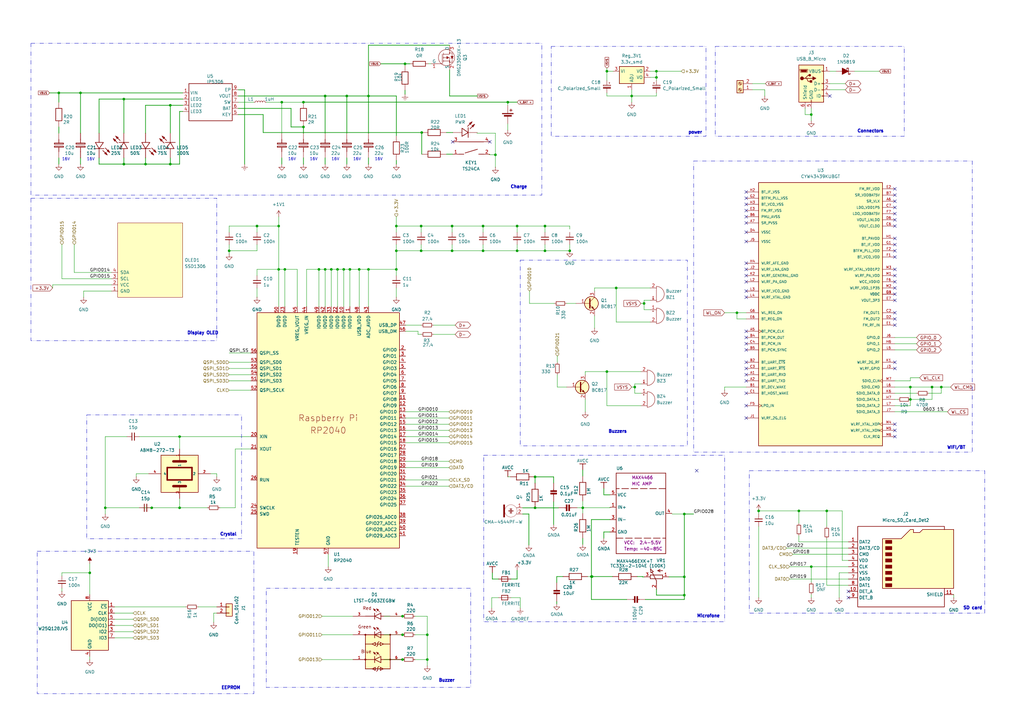
<source format=kicad_sch>
(kicad_sch (version 20231120) (generator "eeschema") (generator_version "8.0")
  (paper "A3")
  (title_block (title "Dosímetro de Ruído Sonoro") (date "2025-02-01") (company "Alberto José Oliveira Pereira"))
  (lib_symbols
    (symbol "ABM8-272-T3:ABM8-272-T3" (pin_names (offset 1.016))
      (property "Reference" "U" (at 0 0 0))
      (property "Value" "ABM8-272-T3" (at 0 0 0))
      (symbol "ABM8-272-T3_0_0"
        (pin bidirectional line (at 0 10.16 270) (length 5.08) (name "1") (number "1"))
        (pin bidirectional line (at 12.7 0 180) (length 5.08) (name "2") (number "2"))
        (pin bidirectional line (at 0 -10.16 90) (length 5.08) (name "3") (number "3"))
        (pin bidirectional line (at -12.7 0 0) (length 5.08) (name "4") (number "4"))
      )
    )
    (symbol "Adafruit MAX4466 Mic Amp-altium-import:AVCC" (power)
      (property "Reference" "#PWR" (at 0 0 0))
      (property "Value" "AVCC" (at 0 3.81 0))
      (symbol "AVCC_0_0"
        (pin power_in line (at 0 0 0) (length 0) hide (name "AVCC") (number ""))
      )
    )
    (symbol "Adafruit MAX4466 Mic Amp-altium-import:root_0_CAP_CERAMIC0805"
      (symbol "root_0_CAP_CERAMIC0805_1_0"
        (pin passive line (at 0 5.08 270) (length 2.54) (name "P$1") (number "1"))
        (pin passive line (at 0 -2.54 90) (length 2.54) (name "P$2") (number "2"))
      )
    )
    (symbol "Adafruit MAX4466 Mic Amp-altium-import:root_0_FERRITE0805"
      (symbol "root_0_FERRITE0805_1_0"
        (pin passive line (at -2.54 0 0) (length 2.54) (name "P$1") (number "1"))
        (pin passive line (at 2.54 0 180) (length 2.54) (name "P$2") (number "2"))
      )
    )
    (symbol "Adafruit MAX4466 Mic Amp-altium-import:root_0_MAX4466{dblquote}{dblquote}"
      (symbol "root_0_MAX4466{dblquote}{dblquote}_1_0"
        (pin bidirectional line (at -12.7 2.54 0) (length 2.54) (name "IN+") (number "1"))
        (pin bidirectional line (at -12.7 -7.62 0) (length 2.54) (name "GND") (number "2"))
        (pin bidirectional line (at -12.7 -2.54 0) (length 2.54) (name "IN-") (number "3"))
        (pin bidirectional line (at 12.7 0 180) (length 2.54) (name "OUT") (number "4"))
        (pin bidirectional line (at -12.7 7.62 0) (length 2.54) (name "VCC") (number "5"))
      )
    )
    (symbol "Adafruit MAX4466 Mic Amp-altium-import:root_0_RESISTOR0805"
      (symbol "root_0_RESISTOR0805_1_0"
        (pin passive line (at -5.08 0 0) (length 2.54) (name "1") (number "1"))
        (pin passive line (at 5.08 0 180) (length 2.54) (name "2") (number "2"))
      )
    )
    (symbol "Adafruit MAX4466 Mic Amp-altium-import:root_1_CAP_CERAMIC0805"
      (symbol "root_1_CAP_CERAMIC0805_1_0"
        (pin passive line (at -5.08 0 0) (length 2.54) (name "P$1") (number "1"))
        (pin passive line (at 2.54 0 180) (length 2.54) (name "P$2") (number "2"))
      )
    )
    (symbol "Adafruit MAX4466 Mic Amp-altium-import:root_1_RESISTOR0805"
      (symbol "root_1_RESISTOR0805_1_0"
        (pin passive line (at 0 -5.08 90) (length 2.54) (name "1") (number "1"))
        (pin passive line (at 0 5.08 270) (length 2.54) (name "2") (number "2"))
      )
    )
    (symbol "Adafruit MAX4466 Mic Amp-altium-import:root_2_ELECTRET"
      (property "Reference" "Q4" (at 2.54 7.62 0))
      (property "Value" "CMA-4544PF-W" (at 2.54 -2.54 0))
      (symbol "root_2_ELECTRET_1_0"
        (pin passive line (at 2.54 2.54 180) (length 2.54) (name "-") (number "1"))
        (pin passive line (at 2.54 0 180) (length 2.54) (name "+") (number "2"))
      )
    )
    (symbol "Adafruit MAX4466 Mic Amp-altium-import:root_3_CAP_CERAMIC0805"
      (symbol "root_3_CAP_CERAMIC0805_1_0"
        (pin passive line (at 5.08 0 180) (length 2.54) (name "P$1") (number "1"))
        (pin passive line (at -2.54 0 0) (length 2.54) (name "P$2") (number "2"))
      )
    )
    (symbol "Adafruit MAX4466 Mic Amp-altium-import:root_3_mirrored_TRIMPOTTC33X-2"
      (symbol "root_3_mirrored_TRIMPOTTC33X-2_1_0"
        (pin passive line (at 5.08 0 180) (length 2.54) (name "A") (number "1"))
        (pin passive line (at 0 -5.08 90) (length 2.54) (name "S") (number "2"))
        (pin passive line (at -5.08 0 0) (length 2.54) (name "E") (number "3"))
      )
    )
    (symbol "CYW43439KUBGT:CYW43439KUBGT" (pin_names (offset 1.016))
      (property "Reference" "U3" (at 0 76.2 0))
      (property "Value" "CYW43439KUBGT" (at 0 73.66 0))
      (symbol "CYW43439KUBGT_0_0"
        (pin input line (at -30.48 -7.62 0) (length 5.08) (name "BT_UART_RXD") (number "A1"))
        (pin output line (at -30.48 -10.16 0) (length 5.08) (name "BT_UART_TXD") (number "A2"))
        (pin bidirectional clock (at -30.48 10.16 0) (length 5.08) (name "BT_PCM_CLK") (number "A5"))
        (pin power_in line (at 30.48 63.5 180) (length 5.08) (name "SR_VLX") (number "A6"))
        (pin power_in line (at -30.48 54.61 0) (length 5.08) (name "SR_PVSS") (number "A7"))
        (pin bidirectional line (at -30.48 -12.7 0) (length 5.08) (name "BT_DEV_WAKE") (number "B1"))
        (pin input line (at -30.48 -2.54 0) (length 5.08) (name "BT_UART_~{CTS}") (number "B2"))
        (pin output line (at -30.48 7.62 0) (length 5.08) (name "BT_PCM_OUT") (number "B4"))
        (pin bidirectional line (at -30.48 2.54 0) (length 5.08) (name "BT_PCM_SYNC") (number "B5"))
        (pin power_in line (at -30.48 57.15 0) (length 5.08) (name "PMU_AVSS") (number "B6"))
        (pin power_in line (at 30.48 66.04 180) (length 5.08) (name "SR_VDDBAT5V") (number "B7"))
        (pin bidirectional line (at -30.48 -15.24 0) (length 5.08) (name "BT_HOST_WAKE") (number "C1"))
        (pin output line (at 30.48 17.78 180) (length 5.08) (name "FM_OUT1") (number "C2"))
        (pin output line (at -30.48 -5.08 0) (length 5.08) (name "BT_UART_~{RTS}") (number "C3"))
        (pin input line (at -30.48 5.08 0) (length 5.08) (name "BT_PCM_IN") (number "C4"))
        (pin power_in line (at 30.48 53.34 180) (length 5.08) (name "VOUT_CLDO") (number "C6"))
        (pin power_in line (at 30.48 60.96 180) (length 5.08) (name "LDO_VDD1P5") (number "C7"))
        (pin output line (at 30.48 15.24 180) (length 5.08) (name "FM_OUT2") (number "D2"))
        (pin power_in line (at 30.48 25.4 180) (length 5.08) (name "VDDC") (number "D3"))
        (pin power_in line (at -30.48 50.8 0) (length 5.08) (name "VSSC") (number "D4"))
        (pin power_in line (at 30.48 55.88 180) (length 5.08) (name "VOUT_LNLDO") (number "D6"))
        (pin input line (at 30.48 12.7 180) (length 5.08) (name "FM_RF_IN") (number "E1"))
        (pin bidirectional line (at 30.48 68.58 180) (length 5.08) (name "FM_RF_VDD") (number "E2"))
        (pin power_in line (at -30.48 59.69 0) (length 5.08) (name "FM_RF_VSS") (number "E3"))
        (pin input line (at -30.48 15.24 0) (length 5.08) (name "BT_REG_ON") (number "E6"))
        (pin power_in line (at 30.48 22.86 180) (length 5.08) (name "VOUT_3P3") (number "E7"))
        (pin power_in line (at 30.48 40.64 180) (length 5.08) (name "BT_VCO_VDD") (number "F1"))
        (pin power_in line (at 30.48 43.18 180) (length 5.08) (name "BTFM_PLL_VDD") (number "F2"))
        (pin input clock (at -30.48 -20.32 0) (length 5.08) (name "LPO_IN") (number "F5"))
        (pin power_in line (at 30.48 30.48 180) (length 5.08) (name "WCC_VDDIO") (number "F6"))
        (pin power_in line (at 30.48 58.42 180) (length 5.08) (name "LDO_VDDBAT5V") (number "F7"))
        (pin power_in line (at 30.48 45.72 180) (length 5.08) (name "BT_IF_VDD") (number "G1"))
        (pin power_in line (at -30.48 64.77 0) (length 5.08) (name "BTFM_PLL_VSS") (number "G2"))
        (pin power_in line (at 30.48 25.4 180) (length 5.08) (name "VDDC") (number "G4"))
        (pin input line (at -30.48 17.78 0) (length 5.08) (name "WL_REG_ON") (number "G6"))
        (pin power_in line (at 30.48 48.26 180) (length 5.08) (name "BT_PAVDD") (number "H1"))
        (pin power_in line (at -30.48 67.31 0) (length 5.08) (name "BT_IF_VSS") (number "H2"))
        (pin power_in line (at -30.48 62.23 0) (length 5.08) (name "BT_VCO_VSS") (number "H3"))
        (pin power_in line (at -30.48 38.1 0) (length 5.08) (name "WLRF_AFE_GND") (number "H4"))
        (pin bidirectional line (at 30.48 5.08 180) (length 5.08) (name "GPIO_1") (number "H6"))
        (pin bidirectional line (at 30.48 -17.78 180) (length 5.08) (name "SDIO_DATA_1") (number "H7"))
        (pin input line (at -30.48 -25.4 0) (length 5.08) (name "WLRF_2G_ELG") (number "J1"))
        (pin power_in line (at -30.48 35.56 0) (length 5.08) (name "WLRF_LNA_GND") (number "J2"))
        (pin bidirectional line (at 30.48 -5.08 180) (length 5.08) (name "WLRF_GPIO") (number "J3"))
        (pin power_in line (at -30.48 46.99 0) (length 5.08) (name "VSSC") (number "J5"))
        (pin bidirectional line (at 30.48 7.62 180) (length 5.08) (name "GPIO_0") (number "J6"))
        (pin bidirectional line (at 30.48 -22.86 180) (length 5.08) (name "SDIO_DATA_3") (number "J7"))
        (pin output line (at 30.48 -2.54 180) (length 5.08) (name "WLRF_2G_RF") (number "K1"))
        (pin power_in line (at -30.48 33.02 0) (length 5.08) (name "WLRF_GENERAL_GND") (number "K2"))
        (pin bidirectional line (at 30.48 -15.24 180) (length 5.08) (name "SDIO_DATA_0") (number "K6"))
        (pin power_in line (at -30.48 30.48 0) (length 5.08) (name "WLRF_PA_GND") (number "L2"))
        (pin power_in line (at -30.48 26.67 0) (length 5.08) (name "WLRF_VCO_GND") (number "L3"))
        (pin power_in line (at -30.48 24.13 0) (length 5.08) (name "WLRF_XTAL_GND") (number "L4"))
        (pin bidirectional line (at 30.48 2.54 180) (length 5.08) (name "GPIO_2") (number "L5"))
        (pin bidirectional line (at 30.48 -12.7 180) (length 5.08) (name "SDIO_CMD") (number "L6"))
        (pin bidirectional line (at 30.48 -20.32 180) (length 5.08) (name "SDIO_DATA_2") (number "L7"))
        (pin power_in line (at 30.48 33.02 180) (length 5.08) (name "WLRF_PA_VDD") (number "M1"))
        (pin power_in line (at 30.48 27.94 180) (length 5.08) (name "WLRF_VDD_1P35") (number "M2"))
        (pin power_in line (at 30.48 35.56 180) (length 5.08) (name "WLRF_XTAL_VDD1P2") (number "M3"))
        (pin input clock (at 30.48 -27.94 180) (length 5.08) (name "WLRF_XTAL_XOP") (number "M4"))
        (pin output clock (at 30.48 -30.48 180) (length 5.08) (name "WLRF_XTAL_XON") (number "M5"))
        (pin output line (at 30.48 -33.02 180) (length 5.08) (name "CLK_REQ") (number "M6"))
        (pin input clock (at 30.48 -10.16 180) (length 5.08) (name "SDIO_CLK") (number "M7"))
      )
    )
    (symbol "Connector:Micro_SD_Card_Det2"
      (property "Reference" "J2" (at 0.635 21.59 0))
      (property "Value" "Micro_SD_Card_Det2" (at 0.635 19.05 0))
      (symbol "Micro_SD_Card_Det2_1_1"
        (pin bidirectional line (at -22.86 10.16 0) (length 3.81) (name "DAT2") (number "1"))
        (pin passive line (at -22.86 -10.16 0) (length 3.81) (name "DET_A") (number "10"))
        (pin passive line (at 20.32 -11.43 180) (length 3.81) (name "SHIELD") (number "11"))
        (pin bidirectional line (at -22.86 7.62 0) (length 3.81) (name "DAT3/CD") (number "2"))
        (pin input line (at -22.86 5.08 0) (length 3.81) (name "CMD") (number "3"))
        (pin power_in line (at -22.86 2.54 0) (length 3.81) (name "VDD") (number "4"))
        (pin input line (at -22.86 0 0) (length 3.81) (name "CLK") (number "5"))
        (pin power_in line (at -22.86 -2.54 0) (length 3.81) (name "VSS") (number "6"))
        (pin bidirectional line (at -22.86 -5.08 0) (length 3.81) (name "DAT0") (number "7"))
        (pin bidirectional line (at -22.86 -7.62 0) (length 3.81) (name "DAT1") (number "8"))
        (pin passive line (at -22.86 -12.7 0) (length 3.81) (name "DET_B") (number "9"))
      )
    )
    (symbol "Connector:Screw_Terminal_01x02" (pin_names (offset 1.016) hide)
      (property "Reference" "J" (at 0 2.54 0))
      (property "Value" "Screw_Terminal_01x02" (at 0 -5.08 0))
      (symbol "Screw_Terminal_01x02_1_1"
        (pin passive line (at -5.08 0 0) (length 3.81) (name "Pin_1") (number "1"))
        (pin passive line (at -5.08 -2.54 0) (length 3.81) (name "Pin_2") (number "2"))
      )
    )
    (symbol "Connector:USB_B_Micro" (pin_names (offset 1.016))
      (property "Reference" "J" (at -5.08 11.43 0))
      (property "Value" "USB_B_Micro" (at -5.08 8.89 0))
      (symbol "USB_B_Micro_1_1"
        (pin power_out line (at 7.62 5.08 180) (length 2.54) (name "VBUS") (number "1"))
        (pin bidirectional line (at 7.62 -2.54 180) (length 2.54) (name "D-") (number "2"))
        (pin bidirectional line (at 7.62 0 180) (length 2.54) (name "D+") (number "3"))
        (pin passive line (at 7.62 -5.08 180) (length 2.54) (name "ID") (number "4"))
        (pin power_out line (at 0 -10.16 90) (length 2.54) (name "GND") (number "5"))
        (pin passive line (at -2.54 -10.16 90) (length 2.54) (name "Shield") (number "6"))
      )
    )
    (symbol "Device:Battery_Cell" (pin_numbers hide) (pin_names (offset 0) hide)
      (property "Reference" "BT" (at 2.54 2.54 0))
      (property "Value" "Battery_Cell" (at 2.54 0 0))
      (symbol "Battery_Cell_1_1"
        (pin passive line (at 0 5.08 270) (length 2.54) (name "+") (number "1"))
        (pin passive line (at 0 -2.54 90) (length 2.54) (name "-") (number "2"))
      )
    )
    (symbol "Device:Buzzer" (pin_names (offset 0.0254) hide)
      (property "Reference" "BZ" (at 3.81 1.27 0))
      (property "Value" "Buzzer" (at 3.81 -1.27 0))
      (symbol "Buzzer_1_1"
        (pin passive line (at -2.54 2.54 0) (length 2.54) (name "+") (number "1"))
        (pin passive line (at -2.54 -2.54 0) (length 2.54) (name "-") (number "2"))
      )
    )
    (symbol "Device:C_Polarized_Small" (pin_numbers hide) (pin_names (offset 0.254) hide)
      (property "Reference" "C" (at 0.254 1.778 0))
      (property "Value" "C_Polarized_Small" (at 0.254 -2.032 0))
      (symbol "C_Polarized_Small_1_1"
        (pin passive line (at 0 2.54 270) (length 1.8542) (name "~") (number "1"))
        (pin passive line (at 0 -2.54 90) (length 1.8542) (name "~") (number "2"))
      )
    )
    (symbol "Device:C_Small" (pin_numbers hide) (pin_names (offset 0.254) hide)
      (property "Reference" "C" (at 0.254 1.778 0))
      (property "Value" "C_Small" (at 0.254 -2.032 0))
      (symbol "C_Small_1_1"
        (pin passive line (at 0 2.54 270) (length 2.032) (name "~") (number "1"))
        (pin passive line (at 0 -2.54 90) (length 2.032) (name "~") (number "2"))
      )
    )
    (symbol "Device:L_Small" (pin_numbers hide) (pin_names (offset 0.254) hide)
      (property "Reference" "L" (at 0.762 1.016 0))
      (property "Value" "L_Small" (at 0.762 -1.016 0))
      (symbol "L_Small_1_1"
        (pin passive line (at 0 2.54 270) (length 0.508) (name "~") (number "1"))
        (pin passive line (at 0 -2.54 90) (length 0.508) (name "~") (number "2"))
      )
    )
    (symbol "Device:R" (pin_numbers hide) (pin_names (offset 0))
      (property "Reference" "R" (at 2.032 0 90))
      (property "Value" "R" (at 0 0 90))
      (symbol "R_1_1"
        (pin passive line (at 0 3.81 270) (length 1.27) (name "~") (number "1"))
        (pin passive line (at 0 -3.81 90) (length 1.27) (name "~") (number "2"))
      )
    )
    (symbol "Device:R_Small" (pin_numbers hide) (pin_names (offset 0.254) hide)
      (property "Reference" "R" (at 0.762 0.508 0))
      (property "Value" "R_Small" (at 0.762 -1.016 0))
      (symbol "R_Small_1_1"
        (pin passive line (at 0 2.54 270) (length 0.762) (name "~") (number "1"))
        (pin passive line (at 0 -2.54 90) (length 0.762) (name "~") (number "2"))
      )
    )
    (symbol "IP5306-LiPoChargerBooster_orcad-altium-import:0_10u"
      (property "Value" "0_10u" (at 0 0 0))
      (symbol "0_10u_1_0"
        (pin passive line (at 0 5.08 270) (length 2.54) (name "1") (number "1"))
        (pin passive line (at 0 -5.08 90) (length 2.54) (name "2") (number "2"))
      )
    )
    (symbol "IP5306-LiPoChargerBooster_orcad-altium-import:0_22u"
      (property "Value" "0_22u" (at 0 0 0))
      (symbol "0_22u_1_0"
        (pin passive line (at 0 5.08 270) (length 2.54) (name "1") (number "1"))
        (pin passive line (at 0 -5.08 90) (length 2.54) (name "2") (number "2"))
      )
    )
    (symbol "IP5306-LiPoChargerBooster_orcad-altium-import:0_IP5306"
      (property "Value" "0_IP5306" (at 0 0 0))
      (symbol "0_IP5306_1_0"
        (pin passive line (at -11.43 3.81 0) (length 2.54) (name "VIN") (number "1"))
        (pin passive line (at -11.43 1.27 0) (length 2.54) (name "LED1") (number "2"))
        (pin passive line (at -11.43 -1.27 0) (length 2.54) (name "LED2") (number "3"))
        (pin passive line (at -11.43 -3.81 0) (length 2.54) (name "LED3") (number "4"))
        (pin passive line (at 11.43 -5.08 180) (length 2.54) (name "KEY") (number "5"))
        (pin passive line (at 11.43 -2.54 180) (length 2.54) (name "BAT") (number "6"))
        (pin passive line (at 11.43 0 180) (length 2.54) (name "SW") (number "7"))
        (pin passive line (at 11.43 2.54 180) (length 2.54) (name "VOUT") (number "8"))
        (pin passive line (at 11.43 5.08 180) (length 2.54) (name "EP") (number "9"))
      )
    )
    (symbol "IP5306-LiPoChargerBooster_orcad-altium-import:0_PWR"
      (property "Value" "0_PWR" (at 0 0 0))
      (symbol "0_PWR_1_0"
        (pin passive line (at -5.08 -1.27 0) (length 3.81) (name "A") (number "1"))
        (pin passive line (at 5.08 -1.27 180) (length 3.81) (name "K") (number "2"))
      )
    )
    (symbol "IP5306-LiPoChargerBooster_orcad-altium-import:0_TS24CA"
      (property "Reference" "KEY1" (at -2.5381 -6.7099 0))
      (property "Value" "TS24CA" (at -3.683 -9.2499 0))
      (symbol "0_TS24CA_1_0"
        (pin passive line (at -7.62 -2.54 0) (length 2.54) (name "1") (number "1"))
        (pin passive line (at 7.62 -2.54 180) (length 2.54) (name "2") (number "2"))
        (pin passive line (at -7.62 2.54 0) (length 2.54) (name "3") (number "3"))
        (pin passive line (at 7.62 2.54 180) (length 2.54) (name "4") (number "4"))
      )
    )
    (symbol "IP5306-LiPoChargerBooster_orcad-altium-import:1_100%"
      (property "Value" "1_100%" (at 0 0 0))
      (symbol "1_100%_1_0"
        (pin passive line (at 1.27 -5.08 90) (length 3.81) (name "A") (number "1"))
        (pin passive line (at 1.27 5.08 270) (length 3.81) (name "K") (number "2"))
      )
    )
    (symbol "IP5306-LiPoChargerBooster_orcad-altium-import:1_2R"
      (property "Value" "1_2R" (at 0 0 0))
      (symbol "1_2R_1_0"
        (pin passive line (at 0 -5.08 90) (length 2.54) (name "1") (number "1"))
        (pin passive line (at 0 5.08 270) (length 2.54) (name "2") (number "2"))
      )
    )
    (symbol "IP5306-LiPoChargerBooster_orcad-altium-import:1_50%"
      (property "Value" "1_50%" (at 0 0 0))
      (symbol "1_50%_1_0"
        (pin passive line (at 1.27 -5.08 90) (length 3.81) (name "A") (number "1"))
        (pin passive line (at 1.27 5.08 270) (length 3.81) (name "K") (number "2"))
      )
    )
    (symbol "IP5306-LiPoChargerBooster_orcad-altium-import:2_10k"
      (property "Value" "2_10k" (at 0 0 0))
      (symbol "2_10k_1_0"
        (pin passive line (at 5.08 0 180) (length 2.54) (name "1") (number "1"))
        (pin passive line (at -5.08 0 0) (length 2.54) (name "2") (number "2"))
      )
    )
    (symbol "IP5306-LiPoChargerBooster_orcad-altium-import:2_20R"
      (property "Value" "2_20R" (at 0 0 0))
      (symbol "2_20R_1_0"
        (pin passive line (at 5.08 0 180) (length 2.54) (name "1") (number "1"))
        (pin passive line (at -5.08 0 0) (length 2.54) (name "2") (number "2"))
      )
    )
    (symbol "IP5306-LiPoChargerBooster_orcad-altium-import:3_25%"
      (property "Value" "3_25%" (at 0 0 0))
      (symbol "3_25%_1_0"
        (pin passive line (at -1.27 5.08 270) (length 3.81) (name "A") (number "1"))
        (pin passive line (at -1.27 -5.08 90) (length 3.81) (name "K") (number "2"))
      )
    )
    (symbol "IP5306-LiPoChargerBooster_orcad-altium-import:3_75%"
      (property "Value" "3_75%" (at 0 0 0))
      (symbol "3_75%_1_0"
        (pin passive line (at -1.27 5.08 270) (length 3.81) (name "A") (number "1"))
        (pin passive line (at -1.27 -5.08 90) (length 3.81) (name "K") (number "2"))
      )
    )
    (symbol "LTST-G563ZEGBW:LTST-G563ZEGBW" (pin_names (offset 1.016))
      (property "Reference" "D" (at -10.16 15.24 0))
      (property "Value" "LTST-G563ZEGBW" (at -10.16 -13.97 0))
      (symbol "LTST-G563ZEGBW_0_0"
        (text "Blue" (at 2.54 -5.08 0) (effects (font (size 1.27 1.27)) (justify left bottom)))
        (text "Green" (at 2.54 5.08 0) (effects (font (size 1.27 1.27)) (justify left bottom)))
        (text "Red" (at 2.54 12.7 0) (effects (font (size 1.27 1.27)) (justify left bottom)))
        (pin passive line (at 10.16 -7.62 180) (length 5.08) (name "~") (number "1"))
        (pin passive line (at 10.16 2.54 180) (length 5.08) (name "~") (number "2"))
        (pin passive line (at 10.16 10.16 180) (length 5.08) (name "~") (number "3"))
        (pin passive line (at -10.16 10.16 0) (length 5.08) (name "~") (number "4"))
        (pin passive line (at -10.16 2.54 0) (length 5.08) (name "~") (number "5"))
        (pin passive line (at -10.16 -7.62 0) (length 5.08) (name "~") (number "6"))
      )
    )
    (symbol "MCU_RaspberryPi_and_Boards:RP2040" (pin_names (offset 1.016))
      (property "Reference" "U" (at -29.21 49.53 0))
      (property "Value" "RP2040" (at 24.13 -49.53 0))
      (symbol "RP2040_0_0"
        (text "Raspberry Pi" (at 0 5.08 0) (effects (font (size 2.54 2.54))))
        (text "RP2040" (at 0 0 0) (effects (font (size 2.54 2.54))))
      )
      (symbol "RP2040_1_1"
        (pin power_in line (at 8.89 50.8 270) (length 2.54) (name "IOVDD") (number "1"))
        (pin power_in line (at 6.35 50.8 270) (length 2.54) (name "IOVDD") (number "10"))
        (pin bidirectional line (at 31.75 12.7 180) (length 2.54) (name "GPIO8") (number "11"))
        (pin bidirectional line (at 31.75 10.16 180) (length 2.54) (name "GPIO9") (number "12"))
        (pin bidirectional line (at 31.75 7.62 180) (length 2.54) (name "GPIO10") (number "13"))
        (pin bidirectional line (at 31.75 5.08 180) (length 2.54) (name "GPIO11") (number "14"))
        (pin bidirectional line (at 31.75 2.54 180) (length 2.54) (name "GPIO12") (number "15"))
        (pin bidirectional line (at 31.75 0 180) (length 2.54) (name "GPIO13") (number "16"))
        (pin bidirectional line (at 31.75 -2.54 180) (length 2.54) (name "GPIO14") (number "17"))
        (pin bidirectional line (at 31.75 -5.08 180) (length 2.54) (name "GPIO15") (number "18"))
        (pin passive line (at -12.7 -50.8 90) (length 2.54) (name "TESTEN") (number "19"))
        (pin bidirectional line (at 31.75 33.02 180) (length 2.54) (name "GPIO0") (number "2"))
        (pin input line (at -31.75 -2.54 0) (length 2.54) (name "XIN") (number "20"))
        (pin passive line (at -31.75 -7.62 0) (length 2.54) (name "XOUT") (number "21"))
        (pin power_in line (at 3.81 50.8 270) (length 2.54) (name "IOVDD") (number "22"))
        (pin power_in line (at -17.78 50.8 270) (length 2.54) (name "DVDD") (number "23"))
        (pin output line (at -31.75 -31.75 0) (length 2.54) (name "SWCLK") (number "24"))
        (pin bidirectional line (at -31.75 -34.29 0) (length 2.54) (name "SWD") (number "25"))
        (pin input line (at -31.75 -20.32 0) (length 2.54) (name "RUN") (number "26"))
        (pin bidirectional line (at 31.75 -7.62 180) (length 2.54) (name "GPIO16") (number "27"))
        (pin bidirectional line (at 31.75 -10.16 180) (length 2.54) (name "GPIO17") (number "28"))
        (pin bidirectional line (at 31.75 -12.7 180) (length 2.54) (name "GPIO18") (number "29"))
        (pin bidirectional line (at 31.75 30.48 180) (length 2.54) (name "GPIO1") (number "3"))
        (pin bidirectional line (at 31.75 -15.24 180) (length 2.54) (name "GPIO19") (number "30"))
        (pin bidirectional line (at 31.75 -17.78 180) (length 2.54) (name "GPIO20") (number "31"))
        (pin bidirectional line (at 31.75 -20.32 180) (length 2.54) (name "GPIO21") (number "32"))
        (pin power_in line (at 1.27 50.8 270) (length 2.54) (name "IOVDD") (number "33"))
        (pin bidirectional line (at 31.75 -22.86 180) (length 2.54) (name "GPIO22") (number "34"))
        (pin bidirectional line (at 31.75 -25.4 180) (length 2.54) (name "GPIO23") (number "35"))
        (pin bidirectional line (at 31.75 -27.94 180) (length 2.54) (name "GPIO24") (number "36"))
        (pin bidirectional line (at 31.75 -30.48 180) (length 2.54) (name "GPIO25") (number "37"))
        (pin bidirectional line (at 31.75 -35.56 180) (length 2.54) (name "GPIO26_ADC0") (number "38"))
        (pin bidirectional line (at 31.75 -38.1 180) (length 2.54) (name "GPIO27_ADC1") (number "39"))
        (pin bidirectional line (at 31.75 27.94 180) (length 2.54) (name "GPIO2") (number "4"))
        (pin bidirectional line (at 31.75 -40.64 180) (length 2.54) (name "GPIO28_ADC2") (number "40"))
        (pin bidirectional line (at 31.75 -43.18 180) (length 2.54) (name "GPIO29_ADC3") (number "41"))
        (pin power_in line (at -1.27 50.8 270) (length 2.54) (name "IOVDD") (number "42"))
        (pin power_in line (at 16.51 50.8 270) (length 2.54) (name "ADC_AVDD") (number "43"))
        (pin power_in line (at -8.89 50.8 270) (length 2.54) (name "VREG_IN") (number "44"))
        (pin power_out line (at -12.7 50.8 270) (length 2.54) (name "VREG_VOUT") (number "45"))
        (pin bidirectional line (at 31.75 40.64 180) (length 2.54) (name "USB_DM") (number "46"))
        (pin bidirectional line (at 31.75 43.18 180) (length 2.54) (name "USB_DP") (number "47"))
        (pin power_in line (at 12.7 50.8 270) (length 2.54) (name "USB_VDD") (number "48"))
        (pin power_in line (at -3.81 50.8 270) (length 2.54) (name "IOVDD") (number "49"))
        (pin bidirectional line (at 31.75 25.4 180) (length 2.54) (name "GPIO3") (number "5"))
        (pin power_in line (at -20.32 50.8 270) (length 2.54) (name "DVDD") (number "50"))
        (pin bidirectional line (at -31.75 20.32 0) (length 2.54) (name "QSPI_SD3") (number "51"))
        (pin output line (at -31.75 16.51 0) (length 2.54) (name "QSPI_SCLK") (number "52"))
        (pin bidirectional line (at -31.75 27.94 0) (length 2.54) (name "QSPI_SD0") (number "53"))
        (pin bidirectional line (at -31.75 22.86 0) (length 2.54) (name "QSPI_SD2") (number "54"))
        (pin bidirectional line (at -31.75 25.4 0) (length 2.54) (name "QSPI_SD1") (number "55"))
        (pin bidirectional line (at -31.75 31.75 0) (length 2.54) (name "QSPI_SS") (number "56"))
        (pin power_in line (at 0 -50.8 90) (length 2.54) (name "GND") (number "57"))
        (pin bidirectional line (at 31.75 22.86 180) (length 2.54) (name "GPIO4") (number "6"))
        (pin bidirectional line (at 31.75 20.32 180) (length 2.54) (name "GPIO5") (number "7"))
        (pin bidirectional line (at 31.75 17.78 180) (length 2.54) (name "GPIO6") (number "8"))
        (pin bidirectional line (at 31.75 15.24 180) (length 2.54) (name "GPIO7") (number "9"))
      )
    )
    (symbol "Memory_Flash:W25Q128JVS"
      (property "Reference" "U" (at -6.35 11.43 0))
      (property "Value" "W25Q128JVS" (at 7.62 11.43 0))
      (symbol "W25Q128JVS_1_1"
        (pin input line (at -10.16 7.62 0) (length 2.54) (name "~{CS}") (number "1"))
        (pin bidirectional line (at -10.16 0 0) (length 2.54) (name "DO(IO1)") (number "2"))
        (pin bidirectional line (at -10.16 -2.54 0) (length 2.54) (name "IO2") (number "3"))
        (pin power_in line (at 0 -12.7 90) (length 2.54) (name "GND") (number "4"))
        (pin bidirectional line (at -10.16 2.54 0) (length 2.54) (name "DI(IO0)") (number "5"))
        (pin input line (at -10.16 5.08 0) (length 2.54) (name "CLK") (number "6"))
        (pin bidirectional line (at -10.16 -5.08 0) (length 2.54) (name "IO3") (number "7"))
        (pin power_in line (at 0 12.7 270) (length 2.54) (name "VCC") (number "8"))
      )
    )
    (symbol "PCM_4ms_Connector:Conn_01x02" (pin_names (offset 1.016) hide)
      (property "Reference" "J" (at 0 2.54 0))
      (property "Value" "Conn_01x02" (at 0 -5.08 0))
      (symbol "Conn_01x02_1_1"
        (pin passive line (at -5.08 0 0) (length 3.81) (name "Pin_1") (number "1"))
        (pin passive line (at -5.08 -2.54 0) (length 3.81) (name "Pin_2") (number "2"))
      )
    )
    (symbol "PCM_4ms_Power-symbol:+3.3V" (power) (pin_names (offset 0))
      (property "Value" "+3.3V" (at 0 3.556 0))
      (symbol "+3.3V_1_1"
        (pin power_in line (at 0 0 90) (length 0) hide (name "+3V3") (number "1"))
      )
    )
    (symbol "PCM_Diode_Schottky_AKL:1N5819" (pin_numbers hide) (pin_names (offset 1.016) hide)
      (property "Reference" "D" (at 0 5.08 0))
      (property "Value" "1N5819" (at 0 2.54 0))
      (symbol "1N5819_1_1"
        (pin passive line (at 3.81 0 180) (length 2.54) (name "K") (number "1"))
        (pin passive line (at -3.81 0 0) (length 2.54) (name "A") (number "2"))
      )
      (symbol "1N5819_1_2"
        (pin passive line (at 2.54 2.54 180) (length 0) (name "K") (number "1"))
        (pin passive line (at -2.54 -2.54 0) (length 0) (name "A") (number "2"))
      )
    )
    (symbol "PCM_Transistor_BJT_AKL:BC817" (pin_names hide)
      (property "Reference" "Q" (at 5.08 1.27 0))
      (property "Value" "BC817" (at 5.08 -1.27 0))
      (symbol "BC817_1_1"
        (pin input line (at -5.08 0 0) (length 5.715) (name "B") (number "1"))
        (pin passive line (at 2.54 -5.08 90) (length 2.54) (name "E") (number "2"))
        (pin passive line (at 2.54 5.08 270) (length 2.54) (name "C") (number "3"))
      )
    )
    (symbol "Raspberry_Pi_Pico_W_SC0918:DMG2305UX-13" (pin_names (offset 0))
      (property "Reference" "Q1" (at -11.43 6.35 90))
      (property "Value" "DMG2305UX-13" (at -8.89 6.35 90))
      (symbol "DMG2305UX-13_1_1"
        (pin bidirectional line (at -7.62 -2.54 0) (length 2.54) (name "G") (number "1"))
        (pin bidirectional line (at 0 -5.08 90) (length 2.54) (name "S") (number "2"))
        (pin bidirectional line (at 0 5.08 270) (length 2.54) (name "D") (number "3"))
      )
    )
    (symbol "Regulator_Linear:LM1117DT-ADJ"
      (property "Reference" "Reg_3V3" (at 0 6.35 0))
      (property "Value" "3.3v_smd" (at 0 3.81 0))
      (symbol "LM1117DT-ADJ_1_1"
        (pin input line (at 0 -7.62 90) (length 2.54) (name "ADJ") (number "1"))
        (pin power_out line (at 7.62 0 180) (length 2.54) (name "VO") (number "2"))
        (pin power_in line (at -7.62 0 0) (length 2.54) (name "VI") (number "3"))
        (pin power_out line (at 7.62 -2.54 180) (length 2.54) (name "VO") (number "4"))
      )
    )
    (symbol "SSD1306-128x64_OLED:SSD1306" (pin_names (offset 1.016))
      (property "Reference" "OLED1" (at 8.89 -21.082 90))
      (property "Value" "SSD1306" (at 6.35 -21.082 90))
      (symbol "SSD1306_1_1"
        (pin input line (at -3.81 8.89 270) (length 2.54) (name "GND") (number "1"))
        (pin input line (at -1.27 8.89 270) (length 2.54) (name "VCC") (number "2"))
        (pin input line (at 1.27 8.89 270) (length 2.54) (name "SCL") (number "3"))
        (pin input line (at 3.81 8.89 270) (length 2.54) (name "SDA") (number "4"))
      )
    )
    (symbol "power:+1V1" (power) (pin_numbers hide) (pin_names (offset 0) hide)
      (property "Value" "+1V1" (at 0 3.556 0))
      (symbol "+1V1_1_1"
        (pin power_in line (at 0 0 90) (length 0) (name "~") (number "1"))
      )
    )
    (symbol "power:+3.3V" (power) (pin_names (offset 0))
      (property "Value" "+3.3V" (at 0 3.556 0))
      (symbol "+3.3V_1_1"
        (pin power_in line (at 0 0 90) (length 0) hide (name "+3.3V") (number "1"))
      )
    )
    (symbol "power:-3V3" (power) (pin_numbers hide) (pin_names (offset 0) hide)
      (property "Value" "-3V3" (at 0 3.556 0))
      (symbol "-3V3_0_0"
        (pin power_in line (at 0 0 90) (length 0) (name "~") (number "1"))
      )
    )
    (symbol "power:GND" (power) (pin_numbers hide) (pin_names (offset 0) hide)
      (property "Value" "GND" (at 0 -3.81 0))
      (symbol "GND_1_1"
        (pin power_in line (at 0 0 270) (length 0) (name "~") (number "1"))
      )
    )
    (symbol "power:GNDA" (power) (pin_names (offset 0))
      (property "Value" "GNDA" (at 0 -3.81 0))
      (symbol "GNDA_1_1"
        (pin power_in line (at 0 0 270) (length 0) hide (name "GNDA") (number "1"))
      )
    )
    (symbol "power:GNDREF" (power) (pin_names (offset 0))
      (property "Value" "GNDREF" (at 0 -3.81 0))
      (symbol "GNDREF_1_1"
        (pin power_in line (at 0 0 270) (length 0) hide (name "GNDREF") (number "1"))
      )
    )
  )
  (junction (at 69.85 43.18))
  (junction (at 239.014 208.28))
  (junction (at 223.52 102.87))
  (junction (at 248.92 152.4))
  (junction (at 172.72 102.87))
  (junction (at 332.74 46.99))
  (junction (at 43.18 208.28))
  (junction (at 252.73 118.11))
  (junction (at 219.456 195.58))
  (junction (at 73.66 179.07))
  (junction (at 175.26 260.35))
  (junction (at 36.83 234.95))
  (junction (at 33.02 38.1))
  (junction (at 172.974 54.356))
  (junction (at 124.46 41.91))
  (junction (at 373.38 163.83))
  (junction (at 165.1 260.35))
  (junction (at 185.42 102.87))
  (junction (at 105.41 92.71))
  (junction (at 116.84 110.49))
  (junction (at 133.35 39.37))
  (junction (at 198.12 102.87))
  (junction (at 264.16 124.46))
  (junction (at 166.116 26.162))
  (junction (at 162.56 92.71))
  (junction (at 233.68 102.87))
  (junction (at 332.74 232.41))
  (junction (at 242.57 236.474))
  (junction (at 138.43 110.49))
  (junction (at 142.24 39.37))
  (junction (at 242.824 236.474))
  (junction (at 172.72 92.71))
  (junction (at 280.67 244.094))
  (junction (at 93.98 102.87))
  (junction (at 133.35 110.49))
  (junction (at 248.92 29.21))
  (junction (at 280.67 236.601))
  (junction (at 212.09 92.71))
  (junction (at 114.3 110.49))
  (junction (at 198.12 92.71))
  (junction (at 135.89 110.49))
  (junction (at 114.3 92.71))
  (junction (at 162.56 110.49))
  (junction (at 280.67 210.82))
  (junction (at 311.15 209.55))
  (junction (at 269.24 31.75))
  (junction (at 50.8 40.64))
  (junction (at 339.09 209.55))
  (junction (at 50.8 67.31))
  (junction (at 130.81 110.49))
  (junction (at 208.28 41.91))
  (junction (at 59.69 67.31))
  (junction (at 162.56 102.87))
  (junction (at 185.42 92.71))
  (junction (at 386.08 158.75))
  (junction (at 165.1 270.51))
  (junction (at 24.13 38.1))
  (junction (at 259.08 39.37))
  (junction (at 151.13 39.37))
  (junction (at 175.26 270.51))
  (junction (at 165.1 252.73))
  (junction (at 382.27 158.75))
  (junction (at 327.66 209.55))
  (junction (at 151.13 110.49))
  (junction (at 212.09 102.87))
  (junction (at 115.57 41.91))
  (junction (at 223.52 92.71))
  (junction (at 143.51 110.49))
  (junction (at 203.2 63.5))
  (junction (at 73.66 208.28))
  (junction (at 219.456 208.28))
  (junction (at 302.26 128.27))
  (junction (at 140.97 110.49))
  (junction (at 124.46 52.07))
  (junction (at 69.85 67.31))
  (junction (at 269.24 29.21))
  (junction (at 260.35 158.75))
  (junction (at 147.32 110.49))
  (junction (at 373.38 158.75))
  (junction (at 62.23 208.28))
  (no_connect (at 367.03 118.11))
  (no_connect (at 367.03 80.01))
  (no_connect (at 306.07 110.49))
  (no_connect (at 306.07 148.59))
  (no_connect (at 367.03 179.07))
  (no_connect (at 306.07 88.9))
  (no_connect (at 306.07 161.29))
  (no_connect (at 200.914 58.166))
  (no_connect (at 367.03 92.71))
  (no_connect (at 367.03 115.57))
  (no_connect (at 285.75 193.04))
  (no_connect (at 367.03 130.81))
  (no_connect (at 367.03 173.99))
  (no_connect (at 306.07 107.95))
  (no_connect (at 306.07 78.74))
  (no_connect (at 306.07 119.38))
  (no_connect (at 367.03 97.79))
  (no_connect (at 367.03 113.03))
  (no_connect (at 367.03 120.65))
  (no_connect (at 367.03 102.87))
  (no_connect (at 306.07 151.13))
  (no_connect (at 367.03 176.53))
  (no_connect (at 367.03 110.49))
  (no_connect (at 306.07 138.43))
  (no_connect (at 367.03 151.13))
  (no_connect (at 306.07 153.67))
  (no_connect (at 306.07 115.57))
  (no_connect (at 306.07 113.03))
  (no_connect (at 367.03 100.33))
  (no_connect (at 367.03 128.27))
  (no_connect (at 367.03 77.47))
  (no_connect (at 340.36 39.37))
  (no_connect (at 367.03 85.09))
  (no_connect (at 306.07 99.06))
  (no_connect (at 367.03 105.41))
  (no_connect (at 367.03 148.59))
  (no_connect (at 185.674 58.166))
  (no_connect (at 306.07 91.44))
  (no_connect (at 306.07 121.92))
  (no_connect (at 306.07 135.89))
  (no_connect (at 306.07 81.28))
  (no_connect (at 367.03 90.17))
  (no_connect (at 306.07 95.25))
  (no_connect (at 367.03 133.35))
  (no_connect (at 306.07 143.51))
  (no_connect (at 367.03 87.63))
  (no_connect (at 367.03 123.19))
  (no_connect (at 347.98 242.57))
  (no_connect (at 306.07 83.82))
  (no_connect (at 306.07 171.45))
  (no_connect (at 347.98 245.11))
  (no_connect (at 306.07 86.36))
  (no_connect (at 367.03 82.55))
  (no_connect (at 306.07 156.21))
  (no_connect (at 306.07 140.97))
  (no_connect (at 306.07 166.37))
  (wire (pts (xy 73.66 67.31) (xy 69.85 67.31)) (stroke (width 0.254)))
  (wire (pts (xy 297.18 128.27) (xy 302.26 128.27)))
  (wire (pts (xy 280.67 244.094) (xy 280.67 245.872)) (stroke (width 0.254)))
  (wire (pts (xy 125.73 125.73) (xy 125.73 110.49)))
  (wire (pts (xy 30.48 100.33) (xy 30.48 111.76)))
  (wire (pts (xy 248.92 27.94) (xy 248.92 29.21)))
  (wire (pts (xy 151.13 39.37) (xy 151.13 54.61)) (stroke (width 0.254)))
  (wire (pts (xy 177.8 137.16) (xy 186.69 137.16)))
  (wire (pts (xy 175.26 260.35) (xy 170.18 260.35)))
  (wire (pts (xy 242.824 236.474) (xy 251.206 236.474)) (stroke (width 0.254)))
  (wire (pts (xy 242.824 236.474) (xy 242.824 236.728)))
  (wire (pts (xy 46.99 261.62) (xy 54.61 261.62)))
  (wire (pts (xy 25.4 241.3) (xy 25.4 242.57)))
  (wire (pts (xy 264.16 127) (xy 266.7 127)))
  (wire (pts (xy 166.37 191.77) (xy 184.15 191.77)))
  (wire (pts (xy 172.974 54.356) (xy 107.95 54.356)) (stroke (width 0.254)))
  (wire (pts (xy 223.52 92.71) (xy 233.68 92.71)))
  (wire (pts (xy 59.69 54.61) (xy 59.69 43.18)) (stroke (width 0.254)))
  (wire (pts (xy 97.79 36.83) (xy 100.33 36.83)) (stroke (width 0.254)))
  (wire (pts (xy 170.18 252.73) (xy 175.26 252.73)))
  (wire (pts (xy 55.88 194.31) (xy 55.88 195.58)))
  (wire (pts (xy 184.404 28.702) (xy 184.404 39.37)) (stroke (width 0.254)))
  (wire (pts (xy 350.52 29.21) (xy 360.68 29.21)))
  (wire (pts (xy 260.35 157.48) (xy 262.89 157.48)))
  (wire (pts (xy 93.98 144.78) (xy 102.87 144.78)))
  (wire (pts (xy 73.66 208.28) (xy 73.66 204.47)))
  (wire (pts (xy 166.116 37.084) (xy 166.116 38.608)) (stroke (width 0.254)))
  (wire (pts (xy 332.74 243.84) (xy 332.74 245.11)))
  (wire (pts (xy 195.58 54.61) (xy 203.2 54.61)))
  (wire (pts (xy 263.525 236.601) (xy 263.525 236.474)) (stroke (width 0.254)))
  (wire (pts (xy 130.81 110.49) (xy 130.81 125.73)))
  (wire (pts (xy 212.09 92.71) (xy 212.09 95.25)))
  (wire (pts (xy 208.28 195.58) (xy 209.296 195.58)))
  (wire (pts (xy 87.63 251.46) (xy 87.63 255.27)))
  (wire (pts (xy 97.79 39.37) (xy 133.35 39.37)) (stroke (width 0.254)))
  (wire (pts (xy 327.66 209.55) (xy 339.09 209.55)))
  (wire (pts (xy 306.07 130.81) (xy 302.26 130.81)))
  (wire (pts (xy 59.69 43.18) (xy 69.85 43.18)) (stroke (width 0.254)))
  (wire (pts (xy 260.35 157.48) (xy 260.35 158.75)))
  (wire (pts (xy 172.72 92.71) (xy 185.42 92.71)))
  (wire (pts (xy 240.03 153.67) (xy 240.03 152.4)))
  (wire (pts (xy 147.32 110.49) (xy 147.32 125.73)))
  (wire (pts (xy 274.32 236.601) (xy 280.67 236.601)) (stroke (width 0.254)))
  (wire (pts (xy 373.38 158.75) (xy 382.27 158.75)))
  (wire (pts (xy 25.4 114.3) (xy 45.72 114.3)))
  (wire (pts (xy 133.35 110.49) (xy 135.89 110.49)))
  (wire (pts (xy 162.56 110.49) (xy 162.56 113.03)))
  (wire (pts (xy 21.59 118.11) (xy 21.59 116.84)))
  (wire (pts (xy 311.15 209.55) (xy 327.66 209.55)))
  (wire (pts (xy 259.08 39.37) (xy 259.08 41.91)))
  (wire (pts (xy 327.66 209.55) (xy 327.66 214.63)))
  (wire (pts (xy 73.66 179.07) (xy 73.66 184.15)))
  (wire (pts (xy 69.85 64.77) (xy 69.85 67.31)) (stroke (width 0.254)))
  (wire (pts (xy 124.46 41.91) (xy 208.28 41.91)) (stroke (width 0.254)))
  (wire (pts (xy 203.2 54.61) (xy 203.2 63.5)))
  (wire (pts (xy 175.26 270.51) (xy 170.18 270.51)))
  (wire (pts (xy 375.92 143.51) (xy 367.03 143.51)))
  (wire (pts (xy 73.66 45.72) (xy 73.66 67.31)) (stroke (width 0.254)))
  (wire (pts (xy 201.93 237.49) (xy 201.93 234.95)) (stroke (width 0.254)))
  (wire (pts (xy 115.57 41.91) (xy 115.57 54.61)))
  (wire (pts (xy 269.24 38.1) (xy 269.24 39.37)))
  (wire (pts (xy 212.09 92.71) (xy 223.52 92.71)))
  (wire (pts (xy 375.92 138.43) (xy 367.03 138.43)))
  (wire (pts (xy 97.79 41.91) (xy 104.14 41.91)))
  (wire (pts (xy 275.59 210.82) (xy 280.67 210.82)))
  (wire (pts (xy 105.41 110.49) (xy 105.41 113.03)))
  (wire (pts (xy 162.56 92.71) (xy 172.72 92.71)))
  (wire (pts (xy 340.36 29.21) (xy 342.9 29.21)))
  (wire (pts (xy 151.13 18.542) (xy 151.13 39.37)) (stroke (width 0.254)))
  (wire (pts (xy 45.72 119.38) (xy 34.29 119.38)))
  (wire (pts (xy 198.12 92.71) (xy 198.12 95.25)))
  (wire (pts (xy 201.676 245.11) (xy 201.676 249.428)))
  (wire (pts (xy 252.73 118.11) (xy 266.7 118.11)))
  (wire (pts (xy 302.26 128.27) (xy 306.07 128.27)))
  (wire (pts (xy 115.57 67.31) (xy 115.57 64.77)) (stroke (width 0.254)))
  (wire (pts (xy 24.13 64.77) (xy 24.13 67.31)) (stroke (width 0.254)))
  (wire (pts (xy 248.92 38.1) (xy 248.92 39.37)))
  (wire (pts (xy 185.42 92.71) (xy 185.42 95.25)))
  (wire (pts (xy 138.43 110.49) (xy 138.43 125.73)))
  (wire (pts (xy 33.02 38.1) (xy 74.93 38.1)) (stroke (width 0.254)))
  (wire (pts (xy 311.15 215.9) (xy 311.15 245.11)))
  (wire (pts (xy 100.33 36.83) (xy 100.33 67.31)) (stroke (width 0.254)))
  (wire (pts (xy 175.768 26.162) (xy 176.784 26.162)))
  (wire (pts (xy 185.42 100.33) (xy 185.42 102.87)))
  (wire (pts (xy 339.09 240.03) (xy 347.98 240.03)))
  (wire (pts (xy 323.85 237.49) (xy 347.98 237.49)))
  (wire (pts (xy 340.36 34.29) (xy 346.71 34.29)))
  (wire (pts (xy 171.45 135.89) (xy 171.45 137.16)))
  (wire (pts (xy 239.014 208.28) (xy 239.014 210.566)))
  (wire (pts (xy 162.56 39.37) (xy 151.13 39.37)) (stroke (width 0.254)))
  (wire (pts (xy 114.3 125.73) (xy 114.3 110.49)))
  (wire (pts (xy 162.56 102.87) (xy 162.56 110.49)))
  (wire (pts (xy 247.65 220.726) (xy 247.65 218.186)) (stroke (width 0.254)))
  (wire (pts (xy 171.45 137.16) (xy 172.72 137.16)))
  (wire (pts (xy 367.03 161.29) (xy 375.92 161.29)))
  (wire (pts (xy 24.13 38.1) (xy 33.02 38.1)) (stroke (width 0.254)))
  (wire (pts (xy 252.73 118.11) (xy 252.73 132.08)))
  (wire (pts (xy 40.64 67.31) (xy 40.64 64.77)) (stroke (width 0.254)))
  (wire (pts (xy 36.83 269.24) (xy 36.83 270.51)))
  (wire (pts (xy 33.02 54.61) (xy 33.02 38.1)) (stroke (width 0.254)))
  (wire (pts (xy 107.95 54.356) (xy 107.95 46.99)) (stroke (width 0.254)))
  (wire (pts (xy 114.3 110.49) (xy 114.3 92.71)))
  (wire (pts (xy 105.41 92.71) (xy 93.98 92.71)))
  (wire (pts (xy 340.36 36.83) (xy 346.71 36.83)))
  (wire (pts (xy 240.03 163.83) (xy 240.03 168.91)))
  (wire (pts (xy 183.134 63.246) (xy 185.674 63.246)) (stroke (width 0.254)))
  (wire (pts (xy 24.13 41.91) (xy 24.13 38.1)) (stroke (width 0.254)))
  (wire (pts (xy 223.52 92.71) (xy 223.52 95.25)))
  (wire (pts (xy 260.35 158.75) (xy 260.35 161.29)))
  (wire (pts (xy 208.28 41.91) (xy 212.09 41.91)) (stroke (width 0.254)))
  (wire (pts (xy 242.57 213.106) (xy 250.19 213.106)) (stroke (width 0.254)))
  (wire (pts (xy 20.32 38.1) (xy 24.13 38.1)) (stroke (width 0.254)))
  (wire (pts (xy 90.17 208.28) (xy 96.52 208.28)))
  (wire (pts (xy 248.92 29.21) (xy 248.92 33.02)))
  (wire (pts (xy 50.8 40.64) (xy 74.93 40.64)) (stroke (width 0.254)))
  (wire (pts (xy 339.09 209.55) (xy 339.09 215.9)))
  (wire (pts (xy 219.456 198.12) (xy 219.456 195.58)) (stroke (width 0.254)))
  (wire (pts (xy 382.27 163.83) (xy 382.27 158.75)))
  (wire (pts (xy 166.37 199.39) (xy 184.15 199.39)))
  (wire (pts (xy 36.83 231.14) (xy 36.83 234.95)))
  (wire (pts (xy 195.834 39.37) (xy 184.404 39.37)) (stroke (width 0.254)))
  (wire (pts (xy 201.93 237.49) (xy 204.47 237.49)) (stroke (width 0.254)))
  (wire (pts (xy 165.1 252.73) (xy 157.48 252.73)))
  (wire (pts (xy 252.73 132.08) (xy 266.7 132.08)))
  (wire (pts (xy 227.076 205.74) (xy 227.076 215.138)) (stroke (width 0.254)))
  (wire (pts (xy 43.18 179.07) (xy 43.18 208.28)))
  (wire (pts (xy 219.456 195.58) (xy 227.076 195.58)) (stroke (width 0.254)))
  (wire (pts (xy 183.134 54.356) (xy 185.674 54.356)) (stroke (width 0.254)))
  (wire (pts (xy 347.98 229.87) (xy 345.44 229.87)))
  (wire (pts (xy 203.2 63.5) (xy 203.2 68.58)))
  (wire (pts (xy 306.07 158.75) (xy 297.18 158.75)))
  (wire (pts (xy 46.99 251.46) (xy 54.61 251.46)))
  (wire (pts (xy 115.57 41.91) (xy 124.46 41.91)))
  (wire (pts (xy 93.98 148.59) (xy 102.87 148.59)))
  (wire (pts (xy 166.37 171.45) (xy 184.15 171.45)))
  (wire (pts (xy 241.046 236.474) (xy 242.57 236.474)))
  (wire (pts (xy 147.32 110.49) (xy 151.13 110.49)))
  (wire (pts (xy 166.116 26.162) (xy 166.116 26.924)))
  (wire (pts (xy 325.12 227.33) (xy 347.98 227.33)))
  (wire (pts (xy 175.26 260.35) (xy 175.26 270.51)))
  (wire (pts (xy 132.08 260.35) (xy 144.78 260.35)))
  (wire (pts (xy 151.13 110.49) (xy 151.13 125.73)))
  (wire (pts (xy 216.916 210.82) (xy 216.916 223.52)) (stroke (width 0.254)))
  (wire (pts (xy 250.19 208.28) (xy 250.19 208.026)))
  (wire (pts (xy 36.83 234.95) (xy 36.83 243.84)))
  (wire (pts (xy 172.72 102.87) (xy 185.42 102.87)))
  (wire (pts (xy 228.6 153.67) (xy 228.6 158.75)))
  (wire (pts (xy 142.24 64.77) (xy 142.24 67.31)) (stroke (width 0.254)))
  (wire (pts (xy 227.076 198.12) (xy 227.076 195.58)) (stroke (width 0.254)))
  (wire (pts (xy 198.12 92.71) (xy 212.09 92.71)))
  (wire (pts (xy 247.65 202.946) (xy 247.65 200.406)) (stroke (width 0.254)))
  (wire (pts (xy 166.37 189.23) (xy 184.15 189.23)))
  (wire (pts (xy 214.376 208.28) (xy 219.456 208.28)) (stroke (width 0.254)))
  (wire (pts (xy 93.98 156.21) (xy 102.87 156.21)))
  (wire (pts (xy 381 161.29) (xy 386.08 161.29)))
  (wire (pts (xy 135.89 110.49) (xy 135.89 125.73)))
  (wire (pts (xy 143.51 110.49) (xy 143.51 125.73)))
  (wire (pts (xy 24.13 52.07) (xy 24.13 54.61)) (stroke (width 0.254)))
  (wire (pts (xy 269.24 244.094) (xy 280.67 244.094)) (stroke (width 0.254)))
  (wire (pts (xy 165.1 260.35) (xy 157.48 260.35)))
  (wire (pts (xy 114.3 110.49) (xy 105.41 110.49)))
  (wire (pts (xy 142.24 39.37) (xy 151.13 39.37)) (stroke (width 0.254)))
  (wire (pts (xy 239.014 205.486) (xy 239.014 208.28)))
  (wire (pts (xy 266.7 29.21) (xy 269.24 29.21)))
  (wire (pts (xy 302.26 130.81) (xy 302.26 128.27)))
  (wire (pts (xy 62.23 208.28) (xy 73.66 208.28)))
  (wire (pts (xy 242.57 213.106) (xy 242.57 236.474)) (stroke (width 0.254)))
  (wire (pts (xy 367.03 168.91) (xy 388.62 168.91)))
  (wire (pts (xy 21.59 116.84) (xy 45.72 116.84)))
  (wire (pts (xy 367.03 166.37) (xy 373.38 166.37)))
  (wire (pts (xy 373.38 163.83) (xy 382.27 163.83)))
  (wire (pts (xy 386.08 161.29) (xy 386.08 158.75)))
  (wire (pts (xy 25.4 234.95) (xy 25.4 236.22)))
  (wire (pts (xy 217.17 119.38) (xy 217.17 124.46)))
  (wire (pts (xy 391.16 243.84) (xy 391.16 245.11)))
  (wire (pts (xy 269.24 29.21) (xy 279.4 29.21)))
  (wire (pts (xy 46.99 259.08) (xy 54.61 259.08)))
  (wire (pts (xy 264.16 123.19) (xy 264.16 124.46)))
  (wire (pts (xy 248.92 39.37) (xy 259.08 39.37)))
  (wire (pts (xy 93.98 151.13) (xy 102.87 151.13)))
  (wire (pts (xy 165.1 270.51) (xy 157.48 270.51)))
  (wire (pts (xy 367.03 163.83) (xy 368.3 163.83)))
  (wire (pts (xy 73.66 208.28) (xy 85.09 208.28)))
  (wire (pts (xy 248.92 29.21) (xy 251.46 29.21)))
  (wire (pts (xy 114.3 88.9) (xy 114.3 92.71)))
  (wire (pts (xy 243.84 129.54) (xy 243.84 134.62)))
  (wire (pts (xy 96.52 184.15) (xy 96.52 208.28)))
  (wire (pts (xy 124.46 52.07) (xy 124.46 54.61)) (stroke (width 0.254)))
  (wire (pts (xy 162.56 88.9) (xy 162.56 92.71)))
  (wire (pts (xy 373.38 163.83) (xy 373.38 158.75)))
  (wire (pts (xy 382.27 158.75) (xy 386.08 158.75)))
  (wire (pts (xy 151.13 64.77) (xy 151.13 67.31)) (stroke (width 0.254)))
  (wire (pts (xy 40.64 67.31) (xy 50.8 67.31)) (stroke (width 0.254)))
  (wire (pts (xy 243.84 118.11) (xy 252.73 118.11)))
  (wire (pts (xy 239.014 208.28) (xy 250.19 208.28)))
  (wire (pts (xy 162.56 95.25) (xy 162.56 92.71)))
  (wire (pts (xy 93.98 92.71) (xy 93.98 95.25)))
  (wire (pts (xy 50.8 64.77) (xy 50.8 67.31)) (stroke (width 0.254)))
  (wire (pts (xy 259.08 158.75) (xy 260.35 158.75)))
  (wire (pts (xy 204.47 245.11) (xy 201.676 245.11)))
  (wire (pts (xy 260.35 161.29) (xy 262.89 161.29)))
  (wire (pts (xy 116.84 110.49) (xy 116.84 125.73)))
  (wire (pts (xy 373.38 166.37) (xy 373.38 163.83)))
  (wire (pts (xy 58.42 208.28) (xy 62.23 208.28)))
  (wire (pts (xy 162.56 100.33) (xy 162.56 102.87)))
  (wire (pts (xy 223.52 100.33) (xy 223.52 102.87)))
  (wire (pts (xy 327.66 222.25) (xy 327.66 219.71)))
  (wire (pts (xy 232.41 124.46) (xy 236.22 124.46)))
  (wire (pts (xy 239.014 223.266) (xy 239.014 220.726)) (stroke (width 0.254)))
  (wire (pts (xy 107.95 46.99) (xy 97.79 46.99)) (stroke (width 0.254)))
  (wire (pts (xy 130.81 110.49) (xy 133.35 110.49)))
  (wire (pts (xy 162.56 55.626) (xy 162.56 39.37)) (stroke (width 0.254)))
  (wire (pts (xy 119.38 44.45) (xy 119.38 52.07)) (stroke (width 0.254)))
  (wire (pts (xy 185.42 92.71) (xy 198.12 92.71)))
  (wire (pts (xy 166.37 176.53) (xy 184.15 176.53)))
  (wire (pts (xy 166.37 135.89) (xy 171.45 135.89)))
  (wire (pts (xy 43.18 208.28) (xy 57.15 208.28)))
  (wire (pts (xy 297.18 158.75) (xy 297.18 160.02)))
  (wire (pts (xy 198.12 102.87) (xy 212.09 102.87)))
  (wire (pts (xy 269.24 31.75) (xy 269.24 33.02)))
  (wire (pts (xy 114.3 110.49) (xy 116.84 110.49)))
  (wire (pts (xy 93.98 153.67) (xy 102.87 153.67)))
  (wire (pts (xy 135.89 110.49) (xy 138.43 110.49)))
  (wire (pts (xy 263.525 236.474) (xy 261.366 236.474)) (stroke (width 0.254)))
  (wire (pts (xy 105.41 92.71) (xy 105.41 95.25)))
  (wire (pts (xy 175.26 270.51) (xy 175.26 273.05)))
  (wire (pts (xy 367.03 158.75) (xy 373.38 158.75)))
  (wire (pts (xy 156.21 26.162) (xy 166.116 26.162)) (stroke (width 0.254)))
  (wire (pts (xy 33.02 64.77) (xy 33.02 67.31)) (stroke (width 0.254)))
  (wire (pts (xy 52.07 179.07) (xy 43.18 179.07)))
  (wire (pts (xy 242.57 245.872) (xy 257.048 245.872)) (stroke (width 0.254)))
  (wire (pts (xy 228.346 239.014) (xy 228.346 236.474)) (stroke (width 0.254)))
  (wire (pts (xy 345.44 209.55) (xy 345.44 229.87)))
  (wire (pts (xy 332.74 232.41) (xy 347.98 232.41)))
  (wire (pts (xy 347.98 234.95) (xy 344.17 234.95)))
  (wire (pts (xy 248.92 166.37) (xy 262.89 166.37)))
  (wire (pts (xy 228.346 246.634) (xy 228.346 247.65)) (stroke (width 0.254)))
  (wire (pts (xy 330.2 46.99) (xy 332.74 46.99)))
  (wire (pts (xy 280.67 210.82) (xy 280.67 236.601)) (stroke (width 0.254)))
  (wire (pts (xy 185.42 102.87) (xy 198.12 102.87)))
  (wire (pts (xy 133.35 110.49) (xy 133.35 125.73)))
  (wire (pts (xy 248.92 152.4) (xy 262.89 152.4)))
  (wire (pts (xy 144.78 252.73) (xy 132.08 252.73)))
  (wire (pts (xy 311.15 209.55) (xy 311.15 210.82)))
  (wire (pts (xy 184.404 18.542) (xy 151.13 18.542)) (stroke (width 0.254)))
  (wire (pts (xy 228.6 146.05) (xy 228.6 148.59)))
  (wire (pts (xy 88.9 251.46) (xy 87.63 251.46)))
  (wire (pts (xy 373.38 154.94) (xy 377.19 154.94)))
  (wire (pts (xy 243.84 119.38) (xy 243.84 118.11)))
  (wire (pts (xy 347.98 222.25) (xy 327.66 222.25)))
  (wire (pts (xy 308.61 36.83) (xy 313.69 36.83)))
  (wire (pts (xy 133.35 64.77) (xy 133.35 67.31)) (stroke (width 0.254)))
  (wire (pts (xy 109.22 41.91) (xy 115.57 41.91)))
  (wire (pts (xy 332.74 44.45) (xy 332.74 46.99)))
  (wire (pts (xy 172.72 92.71) (xy 172.72 95.25)))
  (wire (pts (xy 213.36 249.428) (xy 213.36 245.11)))
  (wire (pts (xy 166.116 26.162) (xy 168.148 26.162)) (stroke (width 0.254)))
  (wire (pts (xy 166.37 196.85) (xy 184.15 196.85)))
  (wire (pts (xy 46.99 248.92) (xy 76.2 248.92)))
  (wire (pts (xy 242.57 236.474) (xy 242.824 236.474)) (stroke (width 0.254)))
  (wire (pts (xy 142.24 54.61) (xy 142.24 39.37)) (stroke (width 0.254)))
  (wire (pts (xy 132.08 270.51) (xy 144.78 270.51)))
  (wire (pts (xy 375.92 140.97) (xy 367.03 140.97)))
  (wire (pts (xy 93.98 100.33) (xy 93.98 102.87)))
  (wire (pts (xy 46.99 254) (xy 54.61 254)))
  (wire (pts (xy 339.09 209.55) (xy 345.44 209.55)))
  (wire (pts (xy 280.67 210.566) (xy 280.67 210.82)) (stroke (width 0.254)))
  (wire (pts (xy 177.8 133.35) (xy 186.69 133.35)))
  (wire (pts (xy 239.014 195.326) (xy 239.014 192.786)) (stroke (width 0.254)))
  (wire (pts (xy 93.98 102.87) (xy 105.41 102.87)))
  (wire (pts (xy 269.24 244.094) (xy 269.24 241.681)) (stroke (width 0.254)))
  (wire (pts (xy 242.57 236.474) (xy 242.824 236.474)))
  (wire (pts (xy 212.09 233.934) (xy 212.09 237.49)) (stroke (width 0.254)))
  (wire (pts (xy 166.37 173.99) (xy 184.15 173.99)))
  (wire (pts (xy 266.7 31.75) (xy 269.24 31.75)))
  (wire (pts (xy 102.87 179.07) (xy 73.66 179.07)))
  (wire (pts (xy 162.56 65.786) (xy 162.56 67.31)) (stroke (width 0.254)))
  (wire (pts (xy 119.38 52.07) (xy 124.46 52.07)) (stroke (width 0.254)))
  (wire (pts (xy 233.68 92.71) (xy 233.68 93.98)))
  (wire (pts (xy 57.15 179.07) (xy 73.66 179.07)))
  (wire (pts (xy 219.456 208.28) (xy 229.108 208.28)) (stroke (width 0.254)))
  (wire (pts (xy 214.376 210.82) (xy 216.916 210.82)) (stroke (width 0.254)))
  (wire (pts (xy 162.56 102.87) (xy 172.72 102.87)))
  (wire (pts (xy 233.68 100.33) (xy 233.68 102.87)))
  (wire (pts (xy 133.35 39.37) (xy 142.24 39.37)) (stroke (width 0.254)))
  (wire (pts (xy 269.24 39.37) (xy 259.08 39.37)))
  (wire (pts (xy 86.36 194.31) (xy 88.9 194.31)))
  (wire (pts (xy 313.69 36.83) (xy 313.69 39.37)))
  (wire (pts (xy 344.17 234.95) (xy 344.17 245.11)))
  (wire (pts (xy 373.38 154.94) (xy 373.38 156.21)))
  (wire (pts (xy 166.116 26.162) (xy 163.068 26.162)))
  (wire (pts (xy 208.28 41.91) (xy 208.28 43.18)))
  (wire (pts (xy 59.69 64.77) (xy 59.69 67.31)) (stroke (width 0.254)))
  (wire (pts (xy 236.728 208.28) (xy 239.014 208.28)))
  (wire (pts (xy 263.525 236.601) (xy 264.16 236.601)) (stroke (width 0.254)))
  (wire (pts (xy 339.09 220.98) (xy 339.09 240.03)))
  (wire (pts (xy 172.72 100.33) (xy 172.72 102.87)))
  (wire (pts (xy 102.87 184.15) (xy 96.52 184.15)))
  (wire (pts (xy 25.4 100.33) (xy 25.4 114.3)))
  (wire (pts (xy 46.99 256.54) (xy 54.61 256.54)))
  (wire (pts (xy 69.85 43.18) (xy 74.93 43.18)) (stroke (width 0.254)))
  (wire (pts (xy 264.668 245.872) (xy 280.67 245.872)) (stroke (width 0.254)))
  (wire (pts (xy 50.8 67.31) (xy 59.69 67.31)) (stroke (width 0.254)))
  (wire (pts (xy 124.46 64.77) (xy 124.46 67.31)) (stroke (width 0.254)))
  (wire (pts (xy 125.73 110.49) (xy 130.81 110.49)))
  (wire (pts (xy 262.89 124.46) (xy 264.16 124.46)))
  (wire (pts (xy 367.03 156.21) (xy 373.38 156.21)))
  (wire (pts (xy 50.8 54.61) (xy 50.8 40.64)) (stroke (width 0.254)))
  (wire (pts (xy 247.65 218.186) (xy 250.19 218.186)) (stroke (width 0.254)))
  (wire (pts (xy 200.66 63.5) (xy 203.2 63.5)))
  (wire (pts (xy 97.79 44.45) (xy 119.38 44.45)) (stroke (width 0.254)))
  (wire (pts (xy 59.69 67.31) (xy 69.85 67.31)) (stroke (width 0.254)))
  (wire (pts (xy 313.944 34.29) (xy 308.61 34.29)))
  (wire (pts (xy 332.74 46.99) (xy 332.74 49.53)))
  (wire (pts (xy 228.346 236.474) (xy 230.886 236.474)) (stroke (width 0.254)))
  (wire (pts (xy 133.35 54.61) (xy 133.35 39.37)) (stroke (width 0.254)))
  (wire (pts (xy 208.28 50.8) (xy 208.28 53.34)))
  (wire (pts (xy 55.88 194.31) (xy 60.96 194.31)))
  (wire (pts (xy 386.08 158.75) (xy 389.89 158.75)))
  (wire (pts (xy 166.37 168.91) (xy 184.15 168.91)))
  (wire (pts (xy 162.56 118.11) (xy 162.56 121.92)))
  (wire (pts (xy 228.6 158.75) (xy 232.41 158.75)))
  (wire (pts (xy 175.26 252.73) (xy 175.26 260.35)))
  (wire (pts (xy 264.16 123.19) (xy 266.7 123.19)))
  (wire (pts (xy 280.67 236.601) (xy 280.67 244.094)) (stroke (width 0.254)))
  (wire (pts (xy 88.9 194.31) (xy 88.9 195.58)))
  (wire (pts (xy 280.67 210.82) (xy 284.48 210.82)) (stroke (width 0.254)))
  (wire (pts (xy 213.36 245.11) (xy 209.55 245.11)))
  (wire (pts (xy 121.92 125.73) (xy 121.92 110.49)))
  (wire (pts (xy 93.98 160.02) (xy 102.87 160.02)))
  (wire (pts (xy 332.74 232.41) (xy 332.74 238.76)))
  (wire (pts (xy 248.92 152.4) (xy 248.92 166.37)))
  (wire (pts (xy 143.51 110.49) (xy 147.32 110.49)))
  (wire (pts (xy 166.37 133.35) (xy 172.72 133.35)))
  (wire (pts (xy 116.84 110.49) (xy 121.92 110.49)))
  (wire (pts (xy 25.4 234.95) (xy 36.83 234.95)))
  (wire (pts (xy 34.29 119.38) (xy 34.29 121.92)))
  (wire (pts (xy 242.57 236.474) (xy 242.57 245.872)) (stroke (width 0.254)))
  (wire (pts (xy 81.28 248.92) (xy 88.9 248.92)))
  (wire (pts (xy 114.3 92.71) (xy 105.41 92.71)))
  (wire (pts (xy 269.24 29.21) (xy 269.24 31.75)))
  (wire (pts (xy 212.09 102.87) (xy 223.52 102.87)))
  (wire (pts (xy 93.98 102.87) (xy 93.98 104.14)))
  (wire (pts (xy 212.09 100.33) (xy 212.09 102.87)))
  (wire (pts (xy 172.974 63.246) (xy 172.974 54.356)) (stroke (width 0.254)))
  (wire (pts (xy 138.43 110.49) (xy 140.97 110.49)))
  (wire (pts (xy 140.97 110.49) (xy 140.97 125.73)))
  (wire (pts (xy 322.58 224.79) (xy 347.98 224.79)))
  (wire (pts (xy 259.08 36.83) (xy 259.08 39.37)))
  (wire (pts (xy 30.48 111.76) (xy 45.72 111.76)))
  (wire (pts (xy 134.62 227.33) (xy 134.62 232.41)))
  (wire (pts (xy 105.41 118.11) (xy 105.41 121.92)))
  (wire (pts (xy 209.55 237.49) (xy 212.09 237.49)) (stroke (width 0.254)))
  (wire (pts (xy 166.37 179.07) (xy 184.15 179.07)))
  (wire (pts (xy 140.97 110.49) (xy 143.51 110.49)))
  (wire (pts (xy 198.12 100.33) (xy 198.12 102.87)))
  (wire (pts (xy 227.33 124.46) (xy 217.17 124.46)))
  (wire (pts (xy 247.65 202.946) (xy 250.19 202.946)) (stroke (width 0.254)))
  (wire (pts (xy 40.64 40.64) (xy 50.8 40.64)) (stroke (width 0.254)))
  (wire (pts (xy 69.85 54.61) (xy 69.85 43.18)) (stroke (width 0.254)))
  (wire (pts (xy 240.03 152.4) (xy 248.92 152.4)))
  (wire (pts (xy 264.16 124.46) (xy 264.16 127)))
  (wire (pts (xy 323.85 232.41) (xy 332.74 232.41)))
  (wire (pts (xy 40.64 54.61) (xy 40.64 40.64)) (stroke (width 0.254)))
  (wire (pts (xy 330.2 44.45) (xy 330.2 46.99)))
  (wire (pts (xy 166.37 181.61) (xy 184.15 181.61)))
  (wire (pts (xy 74.93 45.72) (xy 73.66 45.72)) (stroke (width 0.254)))
  (wire (pts (xy 43.18 208.28) (xy 43.18 210.82)))
  (wire (pts (xy 105.41 100.33) (xy 105.41 102.87)))
  (wire (pts (xy 151.13 110.49) (xy 162.56 110.49)))
  (wire (pts (xy 223.52 102.87) (xy 233.68 102.87)))
  (rectangle (start 307.34 193.04) (end 403.86 251.46) (stroke (width 0) (type dash_dot_dot)))
  (rectangle (start 35.56 170.18) (end 99.06 220.98) (stroke (width 0) (type dash_dot_dot)))
  (rectangle (start 12.7 81.28) (end 88.9 139.7) (stroke (width 0) (type dash_dot_dot)))
  (rectangle (start 109.22 241.3) (end 193.04 281.94) (stroke (width 0) (type dash_dot_dot)))
  (rectangle (start 15.24 226.06) (end 104.14 284.48) (stroke (width 0) (type dash_dot_dot)))
  (rectangle (start 213.36 106.68) (end 281.94 182.88) (stroke (width 0) (type dash_dot_dot)))
  (rectangle (start 12.7 17.78) (end 222.25 80.01) (stroke (width 0) (type dash_dot_dot)))
  (rectangle (start 226.06 19.05) (end 289.56 55.88) (stroke (width 0) (type dash_dot_dot)))
  (rectangle (start 198.374 186.69) (end 297.18 255.016) (stroke (width 0) (type dash_dot_dot)))
  (rectangle (start 284.48 66.04) (end 398.78 185.42) (stroke (width 0) (type dash_dot_dot)))
  (rectangle (start 293.37 19.05) (end 370.84 55.88) (stroke (width 0) (type dash_dot_dot)))
  (text "Display OLED" (at 76.708 137.414 0) (effects (font (size 1.27 1.27) (thickness 0.508) (bold yes)) (justify left bottom)))
  (text "Microfone" (at 285.75 253.492 0) (effects (font (size 1.27 1.27) (thickness 0.508) (bold yes)) (justify left bottom)))
  (text "WIFI/BT" (at 388.366 184.404 0) (effects (font (size 1.27 1.27) (thickness 0.508) (bold yes)) (justify left bottom)))
  (text "16V" (at 135.89 66.0189 0) (effects (font (size 1.143 1.143)) (justify left bottom)))
  (text "16V" (at 35.56 66.04 0) (effects (font (size 1.143 1.143)) (justify left bottom)))
  (text "Charge" (at 209.296 77.47 0) (effects (font (size 1.27 1.27) (thickness 0.508) (bold yes)) (justify left bottom)))
  (text "Connectors" (at 351.536 54.61 0) (effects (font (size 1.27 1.27) (thickness 0.508) (bold yes)) (justify left bottom)))
  (text "Buzzers" (at 249.428 177.8 0) (effects (font (size 1.27 1.27) (thickness 0.508) (bold yes)) (justify left bottom)))
  (text "16V" (at 127 66.0189 0) (effects (font (size 1.143 1.143)) (justify left bottom)))
  (text " Dosímetro de Ruído Sonoro" (at 194.31 -4.064 0) (effects (font (size 5 5))))
  (text "EEPROM" (at 90.678 282.956 0) (effects (font (size 1.27 1.27) (thickness 0.508) (bold yes)) (justify left bottom)))
  (text "Buzzer" (at 179.832 279.908 0) (effects (font (size 1.27 1.27) (thickness 0.508) (bold yes)) (justify left bottom)))
  (text "16V" (at 118.11 66.0189 0) (effects (font (size 1.143 1.143)) (justify left bottom)))
  (text "16V" (at 153.67 66.0189 0) (effects (font (size 1.143 1.143)) (justify left bottom)))
  (text "Crystal" (at 90.17 219.964 0) (effects (font (size 1.27 1.27) (thickness 0.508) (bold yes)) (justify left bottom)))
  (text "SD card" (at 394.97 250.19 0) (effects (font (size 1.27 1.27) (thickness 0.508) (bold yes)) (justify left bottom)))
  (text "16V" (at 144.78 66.0189 0) (effects (font (size 1.143 1.143)) (justify left bottom)))
  (text "16V" (at 25.4 66.04 0) (effects (font (size 1.143 1.143)) (justify left bottom)))
  (text "power" (at 282.194 55.118 0) (effects (font (size 1.27 1.27) (thickness 0.508) (bold yes)) (justify left bottom)))
  (label "GPI022" (at 172.72 199.39 0))
  (label "GPIO010" (at 171.45 168.91 0))
  (label "GPIO015" (at 171.45 181.61 0))
  (label "GPIO013" (at 171.45 176.53 0))
  (label "GPI018" (at 172.72 189.23 0))
  (label "GPIO014" (at 171.45 179.07 0))
  (label "GPIO011" (at 171.45 171.45 0))
  (label "GPIO014" (at 36.83 111.76 0))
  (label "GPI019" (at 323.85 237.49 0))
  (label "GPIO028" (at 284.48 210.82 0))
  (label "GPI018" (at 325.12 227.33 0))
  (label "QSPI_SS" (at 93.98 144.78 0))
  (label "GPI021" (at 172.72 196.85 0))
  (label "GPI022" (at 322.58 224.79 0))
  (label "GPI017" (at 323.85 232.41 0))
  (label "0603 1%" (at 378.46 168.91 0))
  (label "GPI019" (at 172.72 191.77 0))
  (label "GPIO012" (at 171.45 173.99 0))
  (label "GPIO015" (at 36.83 114.3 0))
  (global_label "VSYS" (shape input) (at 262.89 124.46 180) (property "Intersheetrefs" "${INTERSHEET_REFS}" (effects (hide yes))))
  (global_label "WL_CS" (shape input) (at 388.62 168.91 0) (property "Intersheetrefs" "${INTERSHEET_REFS}" (effects (hide yes))))
  (global_label "VSYS" (shape input) (at 248.92 27.94 90) (effects (font (size 0.8 0.8))) (property "Intersheetrefs" "${INTERSHEET_REFS}" (effects (hide yes))))
  (global_label "VBUS" (shape input) (at 20.32 38.1 180) (effects (font (size 0.8 0.8))) (property "Intersheetrefs" "${INTERSHEET_REFS}" (effects (hide yes))))
  (global_label "+3.3V" (shape input) (at 21.59 118.11 180) (property "Intersheetrefs" "${INTERSHEET_REFS}" (effects (hide yes))))
  (global_label "VBUS" (shape input) (at 156.21 26.162 180) (effects (font (size 0.8 0.8))) (property "Intersheetrefs" "${INTERSHEET_REFS}" (effects (hide yes))))
  (global_label "D+" (shape bidirectional) (at 186.69 133.35 0) (property "Intersheetrefs" "${INTERSHEET_REFS}" (effects (hide yes))))
  (global_label "WL_ON" (shape input) (at 297.18 128.27 180) (property "Intersheetrefs" "${INTERSHEET_REFS}" (effects (hide yes))))
  (global_label "D-" (shape bidirectional) (at 346.71 36.83 0) (property "Intersheetrefs" "${INTERSHEET_REFS}" (effects (hide yes))))
  (global_label "WL_CLK" (shape input) (at 377.19 154.94 0) (property "Intersheetrefs" "${INTERSHEET_REFS}" (effects (hide yes))))
  (global_label "D-" (shape bidirectional) (at 186.69 137.16 0) (property "Intersheetrefs" "${INTERSHEET_REFS}" (effects (hide yes))))
  (global_label "V_BAT +" (shape input) (at 313.944 34.29 0) (effects (font (size 0.8 0.8))) (property "Intersheetrefs" "${INTERSHEET_REFS}" (effects (hide yes))))
  (global_label "GPIO_1" (shape bidirectional) (at 375.92 140.97 0) (property "Intersheetrefs" "${INTERSHEET_REFS}" (effects (hide yes))))
  (global_label "V_BAT +" (shape input) (at 212.09 41.91 0) (effects (font (size 0.8 0.8))) (property "Intersheetrefs" "${INTERSHEET_REFS}" (effects (hide yes))))
  (global_label "VSYS" (shape input) (at 259.08 158.75 180) (property "Intersheetrefs" "${INTERSHEET_REFS}" (effects (hide yes))))
  (global_label "GPIO_2" (shape bidirectional) (at 375.92 143.51 0) (property "Intersheetrefs" "${INTERSHEET_REFS}" (effects (hide yes))))
  (global_label "GPIO_0" (shape bidirectional) (at 375.92 138.43 0) (property "Intersheetrefs" "${INTERSHEET_REFS}" (effects (hide yes))))
  (global_label "VBUS" (shape input) (at 360.68 29.21 0) (effects (font (size 0.8 0.8))) (property "Intersheetrefs" "${INTERSHEET_REFS}" (effects (hide yes))))
  (global_label "WL_CMD" (shape input) (at 389.89 158.75 0) (property "Intersheetrefs" "${INTERSHEET_REFS}" (effects (hide yes))))
  (global_label "VSYS" (shape output) (at 195.834 39.37 0) (effects (font (size 0.8 0.8))) (property "Intersheetrefs" "${INTERSHEET_REFS}" (effects (hide yes))))
  (global_label "D+" (shape bidirectional) (at 346.71 34.29 0) (property "Intersheetrefs" "${INTERSHEET_REFS}" (effects (hide yes))))
  (hierarchical_label "CLK_SD" (shape input) (at 323.85 232.41 180))
  (hierarchical_label "DAT3{slash}CD" (shape input) (at 322.58 224.79 180))
  (hierarchical_label "CLK_SD" (shape input) (at 184.15 196.85 0))
  (hierarchical_label "GPIO013" (shape input) (at 184.15 176.53 0))
  (hierarchical_label "GPIO015" (shape input) (at 184.15 181.61 0))
  (hierarchical_label "GPIO012" (shape input) (at 184.15 173.99 0))
  (hierarchical_label "GPIO011" (shape input) (at 132.08 260.35 180))
  (hierarchical_label "DAT3{slash}CD" (shape input) (at 184.15 199.39 0))
  (hierarchical_label "GPIO011" (shape input) (at 184.15 171.45 0))
  (hierarchical_label "+3.3V" (shape input) (at 279.4 29.21 0))
  (hierarchical_label "CLK" (shape input) (at 93.98 160.02 180))
  (hierarchical_label "DAT0" (shape input) (at 323.85 237.49 180))
  (hierarchical_label "QSPI_SD1" (shape input) (at 93.98 151.13 180))
  (hierarchical_label "QSPI_SD1" (shape input) (at 54.61 256.54 0))
  (hierarchical_label "GPIO010" (shape input) (at 184.15 168.91 0))
  (hierarchical_label "+3.3V" (shape input) (at 162.56 88.9 90))
  (hierarchical_label "GPIO021" (shape input) (at 228.6 146.05 90))
  (hierarchical_label "CMD" (shape input) (at 325.12 227.33 180))
  (hierarchical_label "GPIO012" (shape input) (at 132.08 252.73 180))
  (hierarchical_label "QSPI_SD0" (shape input) (at 93.98 148.59 180))
  (hierarchical_label "CLK" (shape input) (at 54.61 251.46 0))
  (hierarchical_label "QSPI_SD0" (shape input) (at 54.61 254 0))
  (hierarchical_label "QSPI_SD2" (shape input) (at 93.98 153.67 180))
  (hierarchical_label "QSPI_SD2" (shape input) (at 54.61 259.08 0))
  (hierarchical_label "GPIO014" (shape input) (at 184.15 179.07 0))
  (hierarchical_label "GPIO013" (shape input) (at 132.08 270.51 180))
  (hierarchical_label "GPIO015" (shape input) (at 25.4 100.33 90))
  (hierarchical_label "GPIO014" (shape input) (at 30.48 100.33 90))
  (hierarchical_label "CMD" (shape input) (at 184.15 189.23 0))
  (hierarchical_label "QSPI_SD3" (shape input) (at 93.98 156.21 180))
  (hierarchical_label "DAT0" (shape input) (at 184.15 191.77 0))
  (hierarchical_label "QSPI_SD3" (shape input) (at 54.61 261.62 0))
  (hierarchical_label "GPIO010" (shape input) (at 217.17 119.38 90))
  (symbol (lib_id "IP5306-LiPoChargerBooster_orcad-altium-import:1_50%") (at 49.53 59.69 0) (unit 1)
    (property "Reference" "LED3" (at 53.3419 61.2564 0) (effects (justify left bottom)))
    (property "Value" "50%" (at 53.34 63.5424 0) (effects (justify left bottom)))
    (property "Footprint" "BITDOG_HWIT1:LED_0805_2012Metric" (effects (hide yes)))
    (property "SUPPLIER" "LCSC" (effects (hide yes)))
    (property "MANUFACTURER" "KENTO" (effects (hide yes)))
    (property "MANUFACTURER PART" "17-21SUYC/TR8" (effects (hide yes)))
    (property "CONTRIBUTOR" "LCSC" (effects (hide yes)))
    (property "SUPPLIER PART" "C2296" (effects (hide yes)))
    (property "SPICEPRE" "L" (effects (hide yes)))
  )
  (symbol (lib_id "power:GND") (at 332.74 245.11 0) (unit 1)
    (property "Reference" "#PWR028" (effects (hide yes)))
    (property "Value" "GND" (at 332.74 250.19 0))
    (property "Description" "Power symbol creates a global label with name \"GND\" , ground" (effects (hide yes)))
  )
  (symbol (lib_id "Device:C_Small") (at 105.41 115.57 0) (unit 1)
    (property "Reference" "C10" (at 107.95 114.3062 0) (effects (justify left)))
    (property "Value" "1u" (at 107.95 116.8462 0) (effects (justify left)))
    (property "Footprint" "Capacitor_SMD:C_0402_1005Metric" (effects (hide yes)))
    (property "Description" "Unpolarized capacitor, small symbol" (effects (hide yes)))
  )
  (symbol (lib_id "Device:R_Small") (at 167.64 260.35 270) (mirror x) (unit 1)
    (property "Reference" "R6" (at 166.878 255.778 90) (effects (justify left)))
    (property "Value" "220" (at 166.624 258.064 90) (effects (justify left)))
    (property "Footprint" "Resistor_SMD:R_0805_2012Metric" (effects (hide yes)))
    (property "Description" "Resistor, small symbol" (effects (hide yes)))
  )
  (symbol (lib_id "power:GNDA") (at 228.346 247.65 0) (unit 1)
    (property "Reference" "#PWR054" (effects (hide yes)))
    (property "Value" "GNDA" (at 228.346 251.968 0))
  )
  (symbol (lib_id "power:GND") (at 391.16 245.11 0) (unit 1)
    (property "Reference" "#PWR027" (effects (hide yes)))
    (property "Value" "GND" (at 391.16 250.19 0))
    (property "Description" "Power symbol creates a global label with name \"GND\" , ground" (effects (hide yes)))
  )
  (symbol (lib_id "power:+1V1") (at 114.3 88.9 0) (unit 1)
    (property "Reference" "#PWR01" (effects (hide yes)))
    (property "Value" "+1V1" (at 114.3 83.82 0))
    (property "Description" "Power symbol creates a global label with name \"+1V1\"" (effects (hide yes)))
  )
  (symbol (lib_id "IP5306-LiPoChargerBooster_orcad-altium-import:2_20R") (at 178.054 54.356 0) (unit 1)
    (property "Reference" "R22" (at 176.5022 50.7789 0) (effects (justify left bottom)))
    (property "Value" "20R" (at 176.5022 53.0649 0) (effects (justify left bottom)))
    (property "Footprint" "Resistor_SMD:R_0603_1608Metric" (effects (hide yes)))
    (property "NAMEALIAS" "Value(Ω)" (effects (hide yes)))
    (property "MANUFACTURER PART" "0805W8F200JT5E" (effects (hide yes)))
    (property "SPICEPRE" "R" (effects (hide yes)))
    (property "SPICESYMBOLNAME" "Res_0805(1/8W)_EU" (effects (hide yes)))
    (property "SUPPLIER" "LCSC" (effects (hide yes)))
    (property "MANUFACTURER" "UniOhm" (effects (hide yes)))
    (property "SUPPLIER PART" "C17544" (effects (hide yes)))
  )
  (symbol (lib_id "Device:R_Small") (at 378.46 161.29 90) (unit 1)
    (property "Reference" "R8" (at 378.206 164.084 90))
    (property "Value" "470R" (at 378.206 166.116 90))
    (property "Description" "Resistor, small symbol" (effects (hide yes)))
  )
  (symbol (lib_id "IP5306-LiPoChargerBooster_orcad-altium-import:0_10u") (at 33.02 59.69 0) (unit 1)
    (property "Reference" "C21" (at 35.6108 61.2465 0) (effects (justify left bottom)))
    (property "Value" "10u" (at 35.429 63.5662 0) (effects (justify left bottom)))
    (property "Footprint" "Resistor_SMD:R_0805_2012Metric" (effects (hide yes)))
    (property "NAMEALIAS" "Value(F)" (effects (hide yes)))
    (property "MANUFACTURER PART" "CL21A106KAYNNNE" (effects (hide yes)))
    (property "SPICEPRE" "C" (effects (hide yes)))
    (property "SPICESYMBOLNAME" "Cap_0805_EU" (effects (hide yes)))
    (property "SUPPLIER" "LCSC" (effects (hide yes)))
    (property "MANUFACTURER" "SAMSUNG" (effects (hide yes)))
    (property "SUPPLIER PART" "C15850" (effects (hide yes)))
  )
  (symbol (lib_id "power:GND") (at 134.62 232.41 0) (unit 1)
    (property "Reference" "#PWR016" (effects (hide yes)))
    (property "Value" "GND" (at 134.62 237.49 0))
    (property "Description" "Power symbol creates a global label with name \"GND\" , ground" (effects (hide yes)))
  )
  (symbol (lib_id "IP5306-LiPoChargerBooster_orcad-altium-import:2_10k") (at 162.56 60.706 90) (unit 1)
    (property "Reference" "R23" (at 165.862 62.738 0) (effects (justify left bottom)))
    (property "Value" "100R" (at 167.64 62.992 0) (effects (justify left bottom)))
    (property "Footprint" "Resistor_SMD:R_1210_3225Metric" (effects (hide yes)))
    (property "NAMEALIAS" "Value(Ω)" (effects (hide yes)))
    (property "MANUFACTURER PART" "RC1210FR-07100RL" (effects (hide yes)))
    (property "SPICEPRE" "R" (effects (hide yes)))
    (property "SPICESYMBOLNAME" "1210" (effects (hide yes)))
    (property "SUPPLIER" "LCSC" (effects (hide yes)))
    (property "MANUFACTURER" "UniOhm" (effects (hide yes)))
    (property "SUPPLIER PART" "C17414" (effects (hide yes)))
  )
  (symbol (lib_id "Adafruit MAX4466 Mic Amp-altium-import:root_2_ELECTRET") (at 211.836 210.82 0) (unit 1)
    (property "Reference" "Q4" (at 214.376 203.2 0) (effects (justify right top)))
    (property "Value" "CMA-4544PF-W" (at 214.376 213.36 0) (effects (justify right top)))
    (property "Footprint" "Buzzer_Beeper:Buzzer_12x9.5RM7.6" (effects (hide yes)))
    (property "GATENAME_1" "G$1" (effects (hide yes)))
    (property "SYMBOLNAME_1" "ELECTRET" (effects (hide yes)))
    (property "LIBRARYNAME" "microbuilder" (effects (hide yes)))
    (property "DEVICESETNAME" "ELECTRET" (effects (hide yes)))
  )
  (symbol (lib_id "Adafruit MAX4466 Mic Amp-altium-import:root_3_CAP_CERAMIC0805") (at 259.588 245.872 0) (unit 1)
    (property "Reference" "C29" (at 262.128 248.412 90) (effects (justify right top)))
    (property "Value" "100pF" (at 259.588 248.412 90) (effects (justify right top)))
    (property "Footprint" "Capacitor_SMD:C_0402_1005Metric" (effects (hide yes)))
    (property "GATENAME_1" "G$1" (effects (hide yes)))
    (property "SYMBOLNAME_1" "CAPACITOR" (effects (hide yes)))
    (property "DEVICENAME" "0805" (effects (hide yes)))
    (property "LIBRARYNAME" "microbuilder" (effects (hide yes)))
    (property "DEVICESETNAME" "CAP_CERAMIC" (effects (hide yes)))
  )
  (symbol (lib_id "power:GND") (at 115.57 67.31 0) (unit 1)
    (property "Reference" "#PWR038" (effects (hide yes)))
    (property "Value" "GND" (at 115.57 72.39 0))
    (property "Description" "Power symbol creates a global label with name \"GND\" , ground" (effects (hide yes)))
  )
  (symbol (lib_id "IP5306-LiPoChargerBooster_orcad-altium-import:0_IP5306") (at 86.36 41.91 0) (unit 1)
    (property "Reference" "U5" (at 84.7804 31.9472 0) (effects (justify left bottom)))
    (property "Value" "IP5306" (at 84.7804 34.2689 0) (effects (justify left bottom)))
    (property "Footprint" "Package_SO:SOP-8_5.28x5.23mm_P1.27mm" (effects (hide yes)))
    (property "SUPPLIER" "LCSC" (effects (hide yes)))
    (property "SUPPLIER PART" "C384572" (effects (hide yes)))
    (property "MANUFACTURER" "INJOINIC" (effects (hide yes)))
    (property "MANUFACTURER PART" "IP5306_4.35V" (effects (hide yes)))
    (property "CONTRIBUTOR" "LCSC" (effects (hide yes)))
    (property "SPICEPRE" "U" (effects (hide yes)))
  )
  (symbol (lib_id "power:GND") (at 124.46 67.31 0) (unit 1)
    (property "Reference" "#PWR039" (effects (hide yes)))
    (property "Value" "GND" (at 124.46 72.39 0))
    (property "Description" "Power symbol creates a global label with name \"GND\" , ground" (effects (hide yes)))
  )
  (symbol (lib_id "PCM_4ms_Connector:Conn_01x02") (at 93.98 248.92 0) (unit 1)
    (property "Reference" "J1" (at 99.822 248.158 90) (effects (justify right)))
    (property "Value" "Conn_01x02" (at 97.028 244.348 90) (effects (justify right)))
    (property "Footprint" "4ms_Connector:Pins_1x02_2.54mm_TH" (effects (hide yes)))
    (property "Description" "HEADER 1x2 MALE PINS 0.100” 180deg" (effects (hide yes)))
    (property "Specifications" "Pins_01x02, Header, Male Pins, 1*2, spacing 2.54mm, straight pin" (effects (hide yes)))
    (property "Manufacturer" "TAD" (effects (hide yes)))
    (property "Part Number" "1-0201FBV0T" (effects (hide yes)))
  )
  (symbol (lib_id "Adafruit MAX4466 Mic Amp-altium-import:root_1_CAP_CERAMIC0805") (at 234.188 208.28 0) (unit 1)
    (property "Reference" "C27" (at 231.394 206.248 0) (effects (justify left bottom)))
    (property "Value" "0.01uF" (at 230.124 211.836 0) (effects (justify left bottom)))
    (property "Footprint" "Capacitor_SMD:C_0402_1005Metric" (effects (hide yes)))
    (property "GATENAME_1" "G$1" (effects (hide yes)))
    (property "SYMBOLNAME_1" "CAPACITOR" (effects (hide yes)))
    (property "DEVICENAME" "0805" (effects (hide yes)))
    (property "LIBRARYNAME" "microbuilder" (effects (hide yes)))
    (property "DEVICESETNAME" "CAP_CERAMIC" (effects (hide yes)))
  )
  (symbol (lib_id "Device:R_Small") (at 327.66 217.17 180) (unit 1)
    (property "Reference" "R14" (at 331.216 215.9 0))
    (property "Value" "10k" (at 331.724 217.678 0))
    (property "Footprint" "Resistor_SMD:R_0805_2012Metric" (effects (hide yes)))
    (property "Description" "Resistor, small symbol" (effects (hide yes)))
  )
  (symbol (lib_id "power:GND") (at 151.13 67.31 0) (unit 1)
    (property "Reference" "#PWR042" (effects (hide yes)))
    (property "Value" "GND" (at 151.13 72.39 0))
    (property "Description" "Power symbol creates a global label with name \"GND\" , ground" (effects (hide yes)))
  )
  (symbol (lib_id "Adafruit MAX4466 Mic Amp-altium-import:AVCC") (at 247.65 200.406 180) (unit 1)
    (property "Reference" "#PWR045" (effects (hide yes)))
    (property "Value" "AVCC" (at 247.65 196.596 0))
  )
  (symbol (lib_id "Device:R_Small") (at 370.84 163.83 90) (unit 1)
    (property "Reference" "R9" (at 370.84 168.91 90))
    (property "Value" "10k" (at 370.84 166.116 90))
    (property "Description" "Resistor, small symbol" (effects (hide yes)))
  )
  (symbol (lib_id "PCM_4ms_Power-symbol:+3.3V") (at 311.15 209.55 0) (unit 1)
    (property "Reference" "#PWR021" (effects (hide yes)))
    (property "Value" "+3.3V" (at 311.15 204.47 0))
  )
  (symbol (lib_id "Adafruit MAX4466 Mic Amp-altium-import:root_0_RESISTOR0805") (at 235.966 236.474 0) (unit 1)
    (property "Reference" "R27" (at 233.426 234.442 0) (effects (justify left bottom)))
    (property "Value" "1K" (at 233.426 239.649 0) (effects (justify left bottom)))
    (property "Footprint" "Resistor_SMD:R_0603_1608Metric" (effects (hide yes)))
    (property "GATENAME_1" "G$1" (effects (hide yes)))
    (property "SYMBOLNAME_1" "RESISTOR" (effects (hide yes)))
    (property "DEVICENAME" "0805" (effects (hide yes)))
    (property "LIBRARYNAME" "microbuilder" (effects (hide yes)))
    (property "DEVICESETNAME" "RESISTOR" (effects (hide yes)))
  )
  (symbol (lib_id "power:GND") (at 34.29 121.92 0) (unit 1)
    (property "Reference" "#PWR05" (effects (hide yes)))
    (property "Value" "GND" (at 34.29 127 0))
    (property "Description" "Power symbol creates a global label with name \"GND\" , ground" (effects (hide yes)))
  )
  (symbol (lib_id "Adafruit MAX4466 Mic Amp-altium-import:root_3_mirrored_TRIMPOTTC33X-2") (at 269.24 236.601 0) (unit 1)
    (property "Reference" "VR1" (at 273.05 230.632 0) (effects (justify right bottom)))
    (property "Value" "TC33X-2-104E (100K)" (at 273.05 232.791 0) (effects (justify right bottom)))
    (property "Footprint" "Potentiometer_SMD:Potentiometer_Bourns_TC33X_Vertical" (effects (hide yes)))
    (property "GATENAME_1" "G$1" (effects (hide yes)))
    (property "SYMBOLNAME_1" "POTENTIOMETER" (effects (hide yes)))
    (property "DEVICENAME" "TC33X-2" (effects (hide yes)))
    (property "LIBRARYNAME" "microbuilder" (effects (hide yes)))
    (property "DEVICESETNAME" "TRIMPOT" (effects (hide yes)))
  )
  (symbol (lib_id "Connector:Micro_SD_Card_Det2") (at 370.84 232.41 0) (unit 1)
    (property "Reference" "J2" (at 371.475 210.82 0))
    (property "Value" "Micro_SD_Card_Det2" (at 371.475 213.36 0))
    (property "Footprint" "Connector_Card:SD-SIM_microSD-microSIM_Molex_104168-1620" (effects (hide yes)))
    (property "Datasheet" "https://www.hirose.com/en/product/document?clcode=&productname=&series=DM3&documenttype=Catalog&lang=en&documentid=D49662_en" (effects (hide yes)))
    (property "Description" "Micro SD Card Socket with two card detection pins" (effects (hide yes)))
  )
  (symbol (lib_id "Device:R_Small") (at 332.74 241.3 180) (unit 1)
    (property "Reference" "R17" (at 336.296 240.03 0))
    (property "Value" "DNF" (at 336.804 241.808 0))
    (property "Footprint" "Resistor_SMD:R_0603_1608Metric" (effects (hide yes)))
    (property "Description" "Resistor, small symbol" (effects (hide yes)))
  )
  (symbol (lib_id "power:-3V3") (at 36.83 231.14 0) (unit 1)
    (property "Reference" "#PWR023" (effects (hide yes)))
    (property "Value" "+3V3" (at 36.83 226.06 0))
    (property "Description" "Power symbol creates a global label with name \"-3V3\"" (effects (hide yes)))
  )
  (symbol (lib_id "power:GND") (at 88.9 195.58 0) (unit 1)
    (property "Reference" "#PWR012" (effects (hide yes)))
    (property "Value" "GND" (at 88.9 200.66 0))
    (property "Description" "Power symbol creates a global label with name \"GND\" , ground" (effects (hide yes)))
  )
  (symbol (lib_id "Device:C_Small") (at 223.52 97.79 0) (unit 1)
    (property "Reference" "C8" (at 226.06 96.5262 0) (effects (justify left)))
    (property "Value" "100n" (at 226.06 99.0662 0) (effects (justify left)))
    (property "Footprint" "Capacitor_SMD:C_0603_1608Metric" (effects (hide yes)))
    (property "Description" "Unpolarized capacitor, small symbol" (effects (hide yes)))
  )
  (symbol (lib_id "power:GNDA") (at 247.65 220.726 0) (unit 1)
    (property "Reference" "#PWR047" (effects (hide yes)))
    (property "Value" "GNDA" (at 247.65 225.044 0))
  )
  (symbol (lib_id "Memory_Flash:W25Q128JVS") (at 36.83 256.54 0) (mirror y) (unit 1)
    (property "Reference" "U4" (at 27.94 255.2699 0) (effects (justify left)))
    (property "Value" "W25Q128JVS" (at 27.94 257.8099 0) (effects (justify left)))
    (property "Footprint" "Package_SO:SOIC-8_5.23x5.23mm_P1.27mm" (effects (hide yes)))
    (property "Datasheet" "https://www.winbond.com/resource-files/w25q128jv_dtr%20revc%2003272018%20plus.pdf" (effects (hide yes)))
    (property "Description" "128Mb Serial Flash Memory, Standard/Dual/Quad SPI, SOIC-8" (effects (hide yes)))
  )
  (symbol (lib_id "power:GND") (at 25.4 242.57 0) (unit 1)
    (property "Reference" "#PWR024" (effects (hide yes)))
    (property "Value" "GND" (at 25.4 247.65 0))
    (property "Description" "Power symbol creates a global label with name \"GND\" , ground" (effects (hide yes)))
  )
  (symbol (lib_id "Device:C_Polarized_Small") (at 248.92 35.56 0) (mirror y) (unit 1)
    (property "Reference" "C18" (at 246.38 33.7439 0) (effects (justify left)))
    (property "Value" "C_Polarized_Small" (at 246.38 36.2839 0) (effects (justify left)))
    (property "Footprint" "Capacitor_SMD:CP_Elec_5x5.9" (effects (hide yes)))
  )
  (symbol (lib_id "power:GND") (at 233.68 102.87 0) (unit 1)
    (property "Reference" "#PWR03" (effects (hide yes)))
    (property "Value" "GND" (at 233.68 107.95 0))
    (property "Description" "Power symbol creates a global label with name \"GND\" , ground" (effects (hide yes)))
  )
  (symbol (lib_id "Regulator_Linear:LM1117DT-ADJ") (at 259.08 29.21 0) (unit 1)
    (property "Reference" "Reg_3V1" (at 259.08 22.86 0))
    (property "Value" "3.3v_smd" (at 259.08 25.4 0))
    (property "Footprint" "Package_TO_SOT_SMD:SOT-223" (effects (hide yes)))
    (property "Datasheet" "http://www.ti.com/lit/ds/symlink/lm1117.pdf" (effects (hide yes)))
  )
  (symbol (lib_id "power:GND") (at 105.41 121.92 0) (unit 1)
    (property "Reference" "#PWR06" (effects (hide yes)))
    (property "Value" "GND" (at 105.41 127 0))
    (property "Description" "Power symbol creates a global label with name \"GND\" , ground" (effects (hide yes)))
  )
  (symbol (lib_id "power:GND") (at 43.18 210.82 0) (unit 1)
    (property "Reference" "#PWR013" (effects (hide yes)))
    (property "Value" "GND" (at 43.18 215.9 0))
    (property "Description" "Power symbol creates a global label with name \"GND\" , ground" (effects (hide yes)))
  )
  (symbol (lib_id "IP5306-LiPoChargerBooster_orcad-altium-import:0_22u") (at 151.13 59.69 0) (unit 1)
    (property "Reference" "C26" (at 153.7208 61.2465 0) (effects (justify left bottom)))
    (property "Value" "22u" (at 153.539 63.5662 0) (effects (justify left bottom)))
    (property "Footprint" "Resistor_SMD:R_0805_2012Metric" (effects (hide yes)))
    (property "NAMEALIAS" "Value(F)" (effects (hide yes)))
    (property "MANUFACTURER PART" "CL21A226MAQNNNE" (effects (hide yes)))
    (property "SPICEPRE" "C" (effects (hide yes)))
    (property "SPICESYMBOLNAME" "Cap_0805_EU" (effects (hide yes)))
    (property "SUPPLIER" "LCSC" (effects (hide yes)))
    (property "MANUFACTURER" "SAMSUNG" (effects (hide yes)))
    (property "SUPPLIER PART" "C45783" (effects (hide yes)))
  )
  (symbol (lib_id "power:GNDREF") (at 166.116 38.608 0) (unit 1)
    (property "Reference" "#PWR031" (effects (hide yes)))
    (property "Value" "GNDREF" (effects (hide yes)))
  )
  (symbol (lib_id "Device:C_Small") (at 172.72 97.79 0) (unit 1)
    (property "Reference" "C4" (at 175.26 96.5262 0) (effects (justify left)))
    (property "Value" "100n" (at 175.26 99.0662 0) (effects (justify left)))
    (property "Footprint" "Capacitor_SMD:C_0603_1608Metric" (effects (hide yes)))
    (property "Description" "Unpolarized capacitor, small symbol" (effects (hide yes)))
  )
  (symbol (lib_id "power:GND") (at 162.56 121.92 0) (unit 1)
    (property "Reference" "#PWR07" (effects (hide yes)))
    (property "Value" "GND" (at 162.56 127 0))
    (property "Description" "Power symbol creates a global label with name \"GND\" , ground" (effects (hide yes)))
  )
  (symbol (lib_id "power:GND") (at 311.15 245.11 0) (unit 1)
    (property "Reference" "#PWR022" (effects (hide yes)))
    (property "Value" "GND" (at 311.15 250.19 0))
    (property "Description" "Power symbol creates a global label with name \"GND\" , ground" (effects (hide yes)))
  )
  (symbol (lib_id "power:GND") (at 142.24 67.31 0) (unit 1)
    (property "Reference" "#PWR041" (effects (hide yes)))
    (property "Value" "GND" (at 142.24 72.39 0))
    (property "Description" "Power symbol creates a global label with name \"GND\" , ground" (effects (hide yes)))
  )
  (symbol (lib_id "Device:Buzzer") (at 265.43 154.94 0) (mirror x) (unit 1)
    (property "Reference" "BZ3" (at 269.24 156.2101 0) (effects (justify left)))
    (property "Value" "Buzzer" (at 269.24 153.6701 0) (effects (justify left)))
    (property "Description" "Buzzer, polarized" (effects (hide yes)))
  )
  (symbol (lib_id "Device:C_Small") (at 93.98 97.79 0) (unit 1)
    (property "Reference" "C1" (at 96.52 96.5262 0) (effects (justify left)))
    (property "Value" "100n" (at 96.52 99.0662 0) (effects (justify left)))
    (property "Footprint" "Capacitor_SMD:C_0603_1608Metric" (effects (hide yes)))
    (property "Description" "Unpolarized capacitor, small symbol" (effects (hide yes)))
  )
  (symbol (lib_id "power:GND") (at 332.74 49.53 0) (unit 1)
    (property "Reference" "#PWR033" (effects (hide yes)))
    (property "Value" "GND" (at 332.74 54.61 0))
    (property "Description" "Power symbol creates a global label with name \"GND\" , ground" (effects (hide yes)))
  )
  (symbol (lib_id "Adafruit MAX4466 Mic Amp-altium-import:root_0_CAP_CERAMIC0805") (at 228.346 244.094 0) (unit 1)
    (property "Reference" "C28" (at 230.886 241.554 0) (effects (justify left bottom)))
    (property "Value" "10uF" (at 230.886 244.094 0) (effects (justify left bottom)))
    (property "Footprint" "Capacitor_SMD:C_0805_2012Metric" (effects (hide yes)))
    (property "GATENAME_1" "G$1" (effects (hide yes)))
    (property "SYMBOLNAME_1" "CAPACITOR" (effects (hide yes)))
    (property "DEVICENAME" "0805" (effects (hide yes)))
    (property "LIBRARYNAME" "microbuilder" (effects (hide yes)))
    (property "DEVICESETNAME" "CAP_CERAMIC" (effects (hide yes)))
  )
  (symbol (lib_id "power:GND") (at 243.84 134.62 0) (unit 1)
    (property "Reference" "#PWR018" (effects (hide yes)))
    (property "Value" "GND" (at 243.84 139.7 0))
    (property "Description" "Power symbol creates a global label with name \"GND\" , ground" (effects (hide yes)))
  )
  (symbol (lib_id "Device:C_Polarized_Small") (at 269.24 35.56 0) (unit 1)
    (property "Reference" "C19" (at 271.78 33.7439 0) (effects (justify left)))
    (property "Value" "C_Polarized_Small" (at 271.78 36.2839 0) (effects (justify left)))
    (property "Footprint" "Capacitor_SMD:CP_Elec_5x5.9" (effects (hide yes)))
  )
  (symbol (lib_id "power:GND") (at 344.17 245.11 0) (unit 1)
    (property "Reference" "#PWR029" (effects (hide yes)))
    (property "Value" "GND" (at 344.17 250.19 0))
    (property "Description" "Power symbol creates a global label with name \"GND\" , ground" (effects (hide yes)))
  )
  (symbol (lib_id "IP5306-LiPoChargerBooster_orcad-altium-import:1_2R") (at 24.13 46.99 0) (unit 1)
    (property "Reference" "R20" (at 25.9099 48.5564 0) (effects (justify left bottom)))
    (property "Value" "2R" (at 25.908 50.8424 0) (effects (justify left bottom)))
    (property "Footprint" "Resistor_SMD:R_0603_1608Metric" (effects (hide yes)))
    (property "NAMEALIAS" "Value(Ω)" (effects (hide yes)))
    (property "MANUFACTURER PART" "RS-05L2R00FT" (effects (hide yes)))
    (property "SPICEPRE" "R" (effects (hide yes)))
    (property "SPICESYMBOLNAME" "Res_0805(1/8W)_EU" (effects (hide yes)))
    (property "SUPPLIER" "LCSC" (effects (hide yes)))
    (property "MANUFACTURER" "Guangdong Fenghua Advanced Tech" (effects (hide yes)))
    (property "SUPPLIER PART" "C304864" (effects (hide yes)))
  )
  (symbol (lib_id "Device:R_Small") (at 167.64 252.73 270) (mirror x) (unit 1)
    (property "Reference" "R4" (at 166.878 248.158 90) (effects (justify left)))
    (property "Value" "220" (at 166.624 250.444 90) (effects (justify left)))
    (property "Footprint" "Resistor_SMD:R_0805_2012Metric" (effects (hide yes)))
    (property "Description" "Resistor, small symbol" (effects (hide yes)))
  )
  (symbol (lib_id "power:GND") (at 133.35 67.31 0) (unit 1)
    (property "Reference" "#PWR040" (effects (hide yes)))
    (property "Value" "GND" (at 133.35 72.39 0))
    (property "Description" "Power symbol creates a global label with name \"GND\" , ground" (effects (hide yes)))
  )
  (symbol (lib_id "power:GND") (at 162.56 67.31 0) (unit 1)
    (property "Reference" "#PWR043" (effects (hide yes)))
    (property "Value" "GND" (at 162.56 72.39 0))
    (property "Description" "Power symbol creates a global label with name \"GND\" , ground" (effects (hide yes)))
  )
  (symbol (lib_id "Adafruit MAX4466 Mic Amp-altium-import:root_0_CAP_CERAMIC0805") (at 227.076 203.2 0) (unit 1)
    (property "Reference" "C15" (at 229.616 200.66 0) (effects (justify left bottom)))
    (property "Value" "0.1µF" (at 229.616 203.2 0) (effects (justify left bottom)))
    (property "Footprint" "Capacitor_SMD:C_0402_1005Metric" (effects (hide yes)))
    (property "GATENAME_1" "G$1" (effects (hide yes)))
    (property "SYMBOLNAME_1" "CAPACITOR" (effects (hide yes)))
    (property "DEVICENAME" "0805" (effects (hide yes)))
    (property "LIBRARYNAME" "microbuilder" (effects (hide yes)))
    (property "DEVICESETNAME" "CAP_CERAMIC" (effects (hide yes)))
  )
  (symbol (lib_id "Adafruit MAX4466 Mic Amp-altium-import:AVCC") (at 201.93 234.95 180) (unit 1)
    (property "Reference" "#PWR049" (effects (hide yes)))
    (property "Value" "AVCC" (at 201.93 231.14 0))
  )
  (symbol (lib_id "Device:Buzzer") (at 265.43 163.83 0) (unit 1)
    (property "Reference" "BZ4" (at 269.24 162.5599 0) (effects (justify left)))
    (property "Value" "Buzzer" (at 269.24 165.0999 0) (effects (justify left)))
    (property "Description" "Buzzer, polarized" (effects (hide yes)))
  )
  (symbol (lib_id "Device:C_Small") (at 25.4 238.76 0) (unit 1)
    (property "Reference" "C17" (at 27.94 237.4962 0) (effects (justify left)))
    (property "Value" "100n" (at 27.94 240.0362 0) (effects (justify left)))
    (property "Footprint" "Capacitor_SMD:C_0603_1608Metric" (effects (hide yes)))
    (property "Description" "Unpolarized capacitor, small symbol" (effects (hide yes)))
  )
  (symbol (lib_id "power:GND") (at 24.13 67.31 0) (unit 1)
    (property "Reference" "#PWR035" (effects (hide yes)))
    (property "Value" "GND" (at 24.13 72.39 0))
    (property "Description" "Power symbol creates a global label with name \"GND\" , ground" (effects (hide yes)))
  )
  (symbol (lib_id "power:GND") (at 208.28 53.34 0) (unit 1)
    (property "Reference" "#PWR034" (effects (hide yes)))
    (property "Value" "GND" (at 208.28 58.42 0))
    (property "Description" "Power symbol creates a global label with name \"GND\" , ground" (effects (hide yes)))
  )
  (symbol (lib_id "Adafruit MAX4466 Mic Amp-altium-import:root_0_FERRITE0805") (at 207.01 245.11 0) (unit 1)
    (property "Reference" "FB2" (at 205.74 243.205 0) (effects (justify left bottom)))
    (property "Value" "FERRITE" (at 205.74 248.285 0) (effects (justify left bottom)))
    (property "Footprint" "Inductor_SMD:L_0603_1608Metric" (effects (hide yes)))
    (property "GATENAME_1" "G$1" (effects (hide yes)))
    (property "SYMBOLNAME_1" "FERRITE" (effects (hide yes)))
    (property "DEVICENAME" "0805" (effects (hide yes)))
    (property "LIBRARYNAME" "microbuilder" (effects (hide yes)))
    (property "DEVICESETNAME" "FERRITE" (effects (hide yes)))
  )
  (symbol (lib_id "power:GNDREF") (at 213.36 249.428 0) (unit 1)
    (property "Reference" "#PWR053" (effects (hide yes)))
    (property "Value" "GNDREF" (at 213.36 253.873 0))
  )
  (symbol (lib_id "IP5306-LiPoChargerBooster_orcad-altium-import:0_10u") (at 24.13 59.69 0) (unit 1)
    (property "Reference" "C20" (at 26.7208 61.2465 0) (effects (justify left bottom)))
    (property "Value" "10u" (at 26.539 63.5662 0) (effects (justify left bottom)))
    (property "Footprint" "Resistor_SMD:R_0805_2012Metric" (effects (hide yes)))
    (property "NAMEALIAS" "Value(F)" (effects (hide yes)))
    (property "MANUFACTURER PART" "CL21A106KAYNNNE" (effects (hide yes)))
    (property "SPICEPRE" "C" (effects (hide yes)))
    (property "SPICESYMBOLNAME" "Cap_0805_EU" (effects (hide yes)))
    (property "SUPPLIER" "LCSC" (effects (hide yes)))
    (property "MANUFACTURER" "SAMSUNG" (effects (hide yes)))
    (property "SUPPLIER PART" "C15850" (effects (hide yes)))
  )
  (symbol (lib_id "CYW43439KUBGT:CYW43439KUBGT") (at 336.55 146.05 0) (unit 1)
    (property "Reference" "U3" (at 336.55 69.85 0))
    (property "Value" "CYW43439KUBGT" (at 336.55 72.39 0))
    (property "Footprint" "CYW43439KUBGT:BGA63N40P7X12_287X487X55N" (effects (hide yes)))
    (property "MF" "Infineon Technologies" (effects (hide yes)))
    (property "MAXIMUM_PACKAGE_HEIGHT" "0.55mm" (effects (hide yes)))
    (property "Package" "UFBGA-63 Infineon" (effects (hide yes)))
    (property "Price" "None" (effects (hide yes)))
    (property "Check_prices" "https://www.snapeda.com/parts/CYW43439KUBGT/Infineon/view-part/?ref=eda" (effects (hide yes)))
    (property "STANDARD" "IPC-7351B" (effects (hide yes)))
    (property "PARTREV" "D" (effects (hide yes)))
    (property "SnapEDA_Link" "https://www.snapeda.com/parts/CYW43439KUBGT/Infineon/view-part/?ref=snap" (effects (hide yes)))
    (property "MP" "CYW43439KUBGT" (effects (hide yes)))
    (property "Description_1" "\n                        \n                            IC RF TxRx + MCU Bluetooth, WiFi 802.11a/b/g/n, Bluetooth v5.2 + EDR, Class 1, 2 2.4GHz 63-UFBGA, WLBGA\n                        \n" (effects (hide yes)))
    (property "Availability" "In Stock" (effects (hide yes)))
    (property "MANUFACTURER" "Infineon" (effects (hide yes)))
  )
  (symbol (lib_id "power:GND") (at 93.98 104.14 0) (unit 1)
    (property "Reference" "#PWR04" (effects (hide yes)))
    (property "Value" "GND" (at 93.98 109.22 0))
    (property "Description" "Power symbol creates a global label with name \"GND\" , ground" (effects (hide yes)))
  )
  (symbol (lib_id "power:GNDREF") (at 100.33 67.31 0) (unit 1)
    (property "Reference" "#PWR037" (effects (hide yes)))
    (property "Value" "GNDREF" (effects (hide yes)))
  )
  (symbol (lib_id "Device:C_Small") (at 212.09 97.79 0) (unit 1)
    (property "Reference" "C7" (at 214.63 96.5262 0) (effects (justify left)))
    (property "Value" "100n" (at 214.63 99.0662 0) (effects (justify left)))
    (property "Footprint" "Capacitor_SMD:C_0603_1608Metric" (effects (hide yes)))
    (property "Description" "Unpolarized capacitor, small symbol" (effects (hide yes)))
  )
  (symbol (lib_id "power:GND") (at 87.63 255.27 0) (unit 1)
    (property "Reference" "#PWR025" (effects (hide yes)))
    (property "Value" "GND" (at 87.63 260.35 0))
    (property "Description" "Power symbol creates a global label with name \"GND\" , ground" (effects (hide yes)))
  )
  (symbol (lib_id "Connector:Screw_Terminal_01x02") (at 303.53 36.83 180) (unit 1)
    (property "Reference" "V_BAT1" (effects (hide yes)))
    (property "Value" "V_BAT" (effects (hide yes)))
    (property "Footprint" "BITDOG_HWIT1:JST_EH_B2B-EH-A_1x02_P2.50mm_Vertical" (effects (hide yes)))
  )
  (symbol (lib_id "MCU_RaspberryPi_and_Boards:RP2040") (at 134.62 176.53 0) (unit 1)
    (property "Reference" "U1" (at 136.8141 227.33 0) (effects (justify left)))
    (property "Value" "RP2040" (at 136.8141 229.87 0) (effects (justify left)))
    (property "Footprint" "RP2040_Stamp:RP2xxx_Stamp_SMD" (effects (hide yes)))
  )
  (symbol (lib_id "Device:R") (at 171.958 26.162 90) (unit 1)
    (property "Reference" "R18" (at 171.958 20.32 90))
    (property "Value" "0R" (at 171.958 22.86 90))
    (property "Footprint" "Resistor_SMD:R_0603_1608Metric" (effects (hide yes)))
  )
  (symbol (lib_id "Device:R_Small") (at 87.63 208.28 90) (unit 1)
    (property "Reference" "R5" (at 88.392 203.708 90) (effects (justify left)))
    (property "Value" "1k" (at 88.646 205.994 90) (effects (justify left)))
    (property "Footprint" "Resistor_SMD:R_0805_2012Metric" (effects (hide yes)))
    (property "Description" "Resistor, small symbol" (effects (hide yes)))
  )
  (symbol (lib_id "Adafruit MAX4466 Mic Amp-altium-import:root_0_RESISTOR0805") (at 256.286 236.474 0) (unit 1)
    (property "Reference" "R28" (at 253.746 234.442 0) (effects (justify left bottom)))
    (property "Value" "22K" (at 253.746 239.649 0) (effects (justify left bottom)))
    (property "Footprint" "Resistor_SMD:R_0603_1608Metric" (effects (hide yes)))
    (property "GATENAME_1" "G$1" (effects (hide yes)))
    (property "SYMBOLNAME_1" "RESISTOR" (effects (hide yes)))
    (property "DEVICENAME" "0805" (effects (hide yes)))
    (property "LIBRARYNAME" "microbuilder" (effects (hide yes)))
    (property "DEVICESETNAME" "RESISTOR" (effects (hide yes)))
  )
  (symbol (lib_id "IP5306-LiPoChargerBooster_orcad-altium-import:0_22u") (at 133.35 59.69 0) (unit 1)
    (property "Reference" "C24" (at 135.9408 61.2465 0) (effects (justify left bottom)))
    (property "Value" "22u" (at 135.759 63.5662 0) (effects (justify left bottom)))
    (property "Footprint" "Resistor_SMD:R_0805_2012Metric" (effects (hide yes)))
    (property "NAMEALIAS" "Value(F)" (effects (hide yes)))
    (property "MANUFACTURER PART" "CL21A226MAQNNNE" (effects (hide yes)))
    (property "SPICEPRE" "C" (effects (hide yes)))
    (property "SPICESYMBOLNAME" "Cap_0805_EU" (effects (hide yes)))
    (property "SUPPLIER" "LCSC" (effects (hide yes)))
    (property "MANUFACTURER" "SAMSUNG" (effects (hide yes)))
    (property "SUPPLIER PART" "C45783" (effects (hide yes)))
  )
  (symbol (lib_id "power:GND") (at 203.2 68.58 0) (unit 1)
    (property "Reference" "#PWR044" (effects (hide yes)))
    (property "Value" "GND" (at 203.2 73.66 0))
    (property "Description" "Power symbol creates a global label with name \"GND\" , ground" (effects (hide yes)))
  )
  (symbol (lib_id "Device:C_Small") (at 185.42 97.79 0) (unit 1)
    (property "Reference" "C5" (at 187.96 96.5262 0) (effects (justify left)))
    (property "Value" "100n" (at 187.96 99.0662 0) (effects (justify left)))
    (property "Footprint" "Capacitor_SMD:C_0603_1608Metric" (effects (hide yes)))
    (property "Description" "Unpolarized capacitor, small symbol" (effects (hide yes)))
  )
  (symbol (lib_id "Device:C_Small") (at 233.68 97.79 0) (unit 1)
    (property "Reference" "C9" (at 236.22 96.5262 0) (effects (justify left)))
    (property "Value" "100n" (at 236.22 99.0662 0) (effects (justify left)))
    (property "Footprint" "Capacitor_SMD:C_0603_1608Metric" (effects (hide yes)))
    (property "Description" "Unpolarized capacitor, small symbol" (effects (hide yes)))
  )
  (symbol (lib_id "Device:R_Small") (at 339.09 218.44 180) (unit 1)
    (property "Reference" "R15" (at 342.646 217.17 0))
    (property "Value" "10k" (at 342.9 219.202 0))
    (property "Footprint" "Resistor_SMD:R_0805_2012Metric" (effects (hide yes)))
    (property "Description" "Resistor, small symbol" (effects (hide yes)))
  )
  (symbol (lib_id "LTST-G563ZEGBW:LTST-G563ZEGBW") (at 154.94 262.89 0) (mirror y) (unit 1)
    (property "Reference" "D1" (at 153.5981 243.84 0))
    (property "Value" "LTST-G563ZEGBW" (at 153.5981 246.38 0))
    (property "Footprint" "LTST-G563ZEGBW:LED_LTST-G563ZEGBW" (effects (hide yes)))
    (property "MF" "Lite-On" (effects (hide yes)))
    (property "MAXIMUM_PACKAGE_HEIGHT" "1.8 mm" (effects (hide yes)))
    (property "Package" "PLCC-6 Lite-On" (effects (hide yes)))
    (property "Price" "None" (effects (hide yes)))
    (property "Check_prices" "https://www.snapeda.com/parts/LTST-G563ZEGBW/Lite-On/view-part/?ref=eda" (effects (hide yes)))
    (property "STANDARD" "Manufacturer Recommendations" (effects (hide yes)))
    (property "PARTREV" "D" (effects (hide yes)))
    (property "SnapEDA_Link" "https://www.snapeda.com/parts/LTST-G563ZEGBW/Lite-On/view-part/?ref=snap" (effects (hide yes)))
    (property "MP" "LTST-G563ZEGBW" (effects (hide yes)))
    (property "Description_1" "\n                        \n                            LED; SMD; 5050, PLCC6; RGB; 5x5x1.6mm; 120°; 20mA; Lens: transparent\n                        \n" (effects (hide yes)))
    (property "Availability" "In Stock" (effects (hide yes)))
    (property "MANUFACTURER" "Lite-On" (effects (hide yes)))
  )
  (symbol (lib_id "SSD1306-128x64_OLED:SSD1306") (at 54.61 115.57 90) (unit 1)
    (property "Reference" "OLED1" (at 75.692 106.68 90) (effects (justify right)))
    (property "Value" "SSD1306" (at 75.692 109.22 90) (effects (justify right)))
    (property "Footprint" "user_SSD1306:128x64OLED" (effects (hide yes)))
  )
  (symbol (lib_id "Device:Battery_Cell") (at 208.28 48.26 0) (unit 1)
    (property "Reference" "BT1" (effects (hide yes)))
    (property "Value" "Battery_Cell" (effects (hide yes)))
    (property "Footprint" "Battery:BatteryHolder_MPD_BH-18650-PC2" (effects (hide yes)))
  )
  (symbol (lib_id "Adafruit MAX4466 Mic Amp-altium-import:AVCC") (at 239.014 192.786 180) (unit 1)
    (property "Reference" "#PWR017" (effects (hide yes)))
    (property "Value" "AVCC" (at 239.014 188.976 0))
  )
  (symbol (lib_id "power:+3.3V") (at 212.09 233.934 0) (unit 1)
    (property "Reference" "#PWR048" (effects (hide yes)))
    (property "Value" "+3.3V" (at 215.011 230.759 0))
  )
  (symbol (lib_id "Raspberry_Pi_Pico_W_SC0918:DMG2305UX-13") (at 184.404 23.622 0) (unit 1)
    (property "Reference" "Q3" (at 190.754 23.622 90))
    (property "Value" "DMG2305UX-13" (at 188.214 23.622 90))
    (property "Footprint" "Package_TO_SOT_SMD:SOT-23-3" (effects (hide yes)))
    (property "Datasheet" "https://www.diodes.com/assets/Datasheets/DMG2305UX.pdf" (effects (hide yes)))
    (property "Description" "MOSFET P-CH 20V 4.2A SOT23" (effects (hide yes)))
    (property "Digi-Key_PN" "DMG2305UX-13DICT-ND" (effects (hide yes)))
    (property "MPN" "DMG2305UX-13" (effects (hide yes)))
    (property "Category" "Discrete Semiconductor Products" (effects (hide yes)))
    (property "Family" "Transistors - FETs, MOSFETs - Single" (effects (hide yes)))
    (property "DK_Datasheet_Link" "https://www.diodes.com/assets/Datasheets/DMG2305UX.pdf" (effects (hide yes)))
    (property "DK_Detail_Page" "/product-detail/en/diodes-incorporated/DMG2305UX-13/DMG2305UX-13DICT-ND/4251589" (effects (hide yes)))
    (property "Manufacturer" "Diodes Incorporated" (effects (hide yes)))
    (property "Status" "Active" (effects (hide yes)))
  )
  (symbol (lib_id "PCM_Diode_Schottky_AKL:1N5819") (at 346.71 29.21 0) (unit 1)
    (property "Reference" "D2" (at 347.0275 22.86 0))
    (property "Value" "1N5819" (at 347.0275 25.4 0))
    (property "Footprint" "PCM_Diode_THT_AKL:D_DO-41_SOD81_P7.62mm_Horizontal" (effects (hide yes)))
    (property "Datasheet" "https://www.tme.eu/Document/1dcb17797cd83f32e896ece3030f14cc/1n5817-19.pdf" (effects (hide yes)))
    (property "Description" "DO-41 Schottky diode, 40V, 1A, Alternate KiCAD Library" (effects (hide yes)))
  )
  (symbol (lib_id "Device:R_Small") (at 175.26 133.35 90) (unit 1)
    (property "Reference" "R2" (at 175.26 128.27 90))
    (property "Value" "27.4" (at 175.26 130.81 90))
    (property "Footprint" "Resistor_SMD:R_0603_1608Metric" (effects (hide yes)))
    (property "Description" "Resistor, small symbol" (effects (hide yes)))
  )
  (symbol (lib_id "power:GND") (at 240.03 168.91 0) (unit 1)
    (property "Reference" "#PWR020" (effects (hide yes)))
    (property "Value" "GND" (at 240.03 173.99 0))
    (property "Description" "Power symbol creates a global label with name \"GND\" , ground" (effects (hide yes)))
  )
  (symbol (lib_id "Device:C_Small") (at 311.15 213.36 0) (unit 1)
    (property "Reference" "C16" (at 313.69 212.0962 0) (effects (justify left)))
    (property "Value" "10u" (at 313.69 214.6362 0) (effects (justify left)))
    (property "Footprint" "Capacitor_SMD:C_0805_2012Metric" (effects (hide yes)))
    (property "Description" "Unpolarized capacitor, small symbol" (effects (hide yes)))
  )
  (symbol (lib_id "Device:R_Small") (at 229.87 124.46 90) (unit 1)
    (property "Reference" "R10" (at 228.854 129.286 0) (effects (justify left)))
    (property "Value" "330" (at 231.14 131.064 0) (effects (justify left)))
    (property "Footprint" "Resistor_SMD:R_0805_2012Metric" (effects (hide yes)))
    (property "Description" "Resistor, small symbol" (effects (hide yes)))
  )
  (symbol (lib_id "IP5306-LiPoChargerBooster_orcad-altium-import:3_75%") (at 60.96 59.69 0) (unit 1)
    (property "Reference" "LED4" (at 64.516 61.2564 0) (effects (justify left bottom)))
    (property "Value" "75%" (at 64.516 63.5424 0) (effects (justify left bottom)))
    (property "Footprint" "BITDOG_HWIT1:LED_0805_2012Metric" (effects (hide yes)))
    (property "SUPPLIER" "LCSC" (effects (hide yes)))
    (property "MANUFACTURER" "KENTO" (effects (hide yes)))
    (property "MANUFACTURER PART" "17-21SUYC/TR8" (effects (hide yes)))
    (property "CONTRIBUTOR" "LCSC" (effects (hide yes)))
    (property "SUPPLIER PART" "C2296" (effects (hide yes)))
    (property "SPICEPRE" "L" (effects (hide yes)))
  )
  (symbol (lib_id "Connector:USB_B_Micro") (at 332.74 34.29 0) (unit 1)
    (property "Reference" "J3" (at 332.74 21.59 0))
    (property "Value" "USB_B_Micro" (at 332.74 24.13 0))
    (property "Footprint" "Connector_USB:USB_Micro-AB_Molex_47590-0001" (effects (hide yes)))
    (property "Description" "USB Micro Type B connector" (effects (hide yes)))
  )
  (symbol (lib_id "Device:C_Small") (at 198.12 97.79 0) (unit 1)
    (property "Reference" "C6" (at 200.66 96.5262 0) (effects (justify left)))
    (property "Value" "100n" (at 200.66 99.0662 0) (effects (justify left)))
    (property "Footprint" "Capacitor_SMD:C_0603_1608Metric" (effects (hide yes)))
    (property "Description" "Unpolarized capacitor, small symbol" (effects (hide yes)))
  )
  (symbol (lib_id "PCM_Transistor_BJT_AKL:BC817") (at 237.49 158.75 0) (unit 1)
    (property "Reference" "Q2" (at 242.57 157.4799 0) (effects (justify left)))
    (property "Value" "BC817" (at 242.57 160.0199 0) (effects (justify left)))
    (property "Footprint" "PCM_Package_TO_SOT_SMD_AKL:SOT-23" (effects (hide yes)))
    (property "Datasheet" "https://www.tme.eu/Document/7b5ea7386544f524d0315334956093bb/BC817-16.215.pdf" (effects (hide yes)))
    (property "Description" "NPN SOT-23 transistor, 45V, 500mA, 250mW, Complementary to BC807, Alternate KiCAD Library" (effects (hide yes)))
  )
  (symbol (lib_id "power:GNDA") (at 201.676 249.428 0) (unit 1)
    (property "Reference" "#PWR052" (effects (hide yes)))
    (property "Value" "GNDA" (at 201.676 253.746 0))
  )
  (symbol (lib_id "power:GND") (at 259.08 41.91 0) (unit 1)
    (property "Reference" "#PWR032" (effects (hide yes)))
    (property "Value" "GND" (at 259.08 46.99 0))
    (property "Description" "Power symbol creates a global label with name \"GND\" , ground" (effects (hide yes)))
  )
  (symbol (lib_id "power:GND") (at 36.83 270.51 0) (unit 1)
    (property "Reference" "#PWR026" (effects (hide yes)))
    (property "Value" "GND" (at 36.83 275.59 0))
    (property "Description" "Power symbol creates a global label with name \"GND\" , ground" (effects (hide yes)))
  )
  (symbol (lib_id "Device:C_Small") (at 59.69 208.28 90) (unit 1)
    (property "Reference" "C14" (at 59.6963 201.93 90))
    (property "Value" "15p" (at 59.6963 204.47 90))
    (property "Footprint" "Capacitor_SMD:C_0805_2012Metric" (effects (hide yes)))
    (property "Description" "Unpolarized capacitor, small symbol" (effects (hide yes)))
  )
  (symbol (lib_id "power:GND") (at 55.88 195.58 0) (unit 1)
    (property "Reference" "#PWR011" (effects (hide yes)))
    (property "Value" "GND" (at 55.88 200.66 0))
    (property "Description" "Power symbol creates a global label with name \"GND\" , ground" (effects (hide yes)))
  )
  (symbol (lib_id "power:GND") (at 313.69 39.37 0) (unit 1)
    (property "Reference" "#PWR030" (effects (hide yes)))
    (property "Value" "GND" (at 313.69 44.45 0))
    (property "Description" "Power symbol creates a global label with name \"GND\" , ground" (effects (hide yes)))
  )
  (symbol (lib_id "power:GNDA") (at 239.014 223.266 0) (unit 1)
    (property "Reference" "#PWR050" (effects (hide yes)))
    (property "Value" "GNDA" (at 239.014 227.584 0))
  )
  (symbol (lib_id "IP5306-LiPoChargerBooster_orcad-altium-import:2_10k") (at 178.054 63.246 0) (unit 1)
    (property "Reference" "R24" (at 176.5419 59.6689 0) (effects (justify left bottom)))
    (property "Value" "10k" (at 176.5419 61.9549 0) (effects (justify left bottom)))
    (property "Footprint" "Resistor_SMD:R_0603_1608Metric" (effects (hide yes)))
    (property "NAMEALIAS" "Value(Ω)" (effects (hide yes)))
    (property "MANUFACTURER PART" "0805W8F1002T5E" (effects (hide yes)))
    (property "SPICEPRE" "R" (effects (hide yes)))
    (property "SPICESYMBOLNAME" "Res_0805(1/8W)_EU" (effects (hide yes)))
    (property "SUPPLIER" "LCSC" (effects (hide yes)))
    (property "MANUFACTURER" "UniOhm" (effects (hide yes)))
    (property "SUPPLIER PART" "C17414" (effects (hide yes)))
  )
  (symbol (lib_id "power:GND") (at 33.02 67.31 0) (unit 1)
    (property "Reference" "#PWR036" (effects (hide yes)))
    (property "Value" "GND" (at 33.02 72.39 0))
    (property "Description" "Power symbol creates a global label with name \"GND\" , ground" (effects (hide yes)))
  )
  (symbol (lib_id "Device:C_Small") (at 105.41 97.79 0) (unit 1)
    (property "Reference" "C2" (at 107.95 96.5262 0) (effects (justify left)))
    (property "Value" "100n" (at 107.95 99.0662 0) (effects (justify left)))
    (property "Footprint" "Capacitor_SMD:C_0603_1608Metric" (effects (hide yes)))
    (property "Description" "Unpolarized capacitor, small symbol" (effects (hide yes)))
  )
  (symbol (lib_id "Adafruit MAX4466 Mic Amp-altium-import:root_1_RESISTOR0805") (at 214.376 195.58 90) (unit 1)
    (property "Reference" "R11" (at 216.916 197.612 90) (effects (justify left bottom)))
    (property "Value" "1K" (at 216.916 192.405 90) (effects (justify left bottom)))
    (property "Footprint" "Resistor_SMD:R_0603_1608Metric" (effects (hide yes)))
    (property "GATENAME_1" "G$1" (effects (hide yes)))
    (property "SYMBOLNAME_1" "RESISTOR" (effects (hide yes)))
    (property "DEVICENAME" "0805" (effects (hide yes)))
    (property "LIBRARYNAME" "microbuilder" (effects (hide yes)))
    (property "DEVICESETNAME" "RESISTOR" (effects (hide yes)))
  )
  (symbol (lib_id "IP5306-LiPoChargerBooster_orcad-altium-import:0_10u") (at 115.57 59.69 0) (unit 1)
    (property "Reference" "C22" (at 118.1608 61.2465 0) (effects (justify left bottom)))
    (property "Value" "10u" (at 117.979 63.5662 0) (effects (justify left bottom)))
    (property "Footprint" "Resistor_SMD:R_0805_2012Metric" (effects (hide yes)))
    (property "NAMEALIAS" "Value(F)" (effects (hide yes)))
    (property "MANUFACTURER PART" "CL21A106KAYNNNE" (effects (hide yes)))
    (property "SPICEPRE" "C" (effects (hide yes)))
    (property "SPICESYMBOLNAME" "Cap_0805_EU" (effects (hide yes)))
    (property "SUPPLIER" "LCSC" (effects (hide yes)))
    (property "MANUFACTURER" "SAMSUNG" (effects (hide yes)))
    (property "SUPPLIER PART" "C15850" (effects (hide yes)))
  )
  (symbol (lib_id "Device:Buzzer") (at 269.24 120.65 0) (mirror x) (unit 1)
    (property "Reference" "BZ1" (at 273.05 121.9201 0) (effects (justify left)))
    (property "Value" "Buzzer" (at 273.05 119.3801 0) (effects (justify left)))
    (property "Description" "Buzzer, polarized" (effects (hide yes)))
  )
  (symbol (lib_id "IP5306-LiPoChargerBooster_orcad-altium-import:0_10u") (at 124.46 59.69 0) (unit 1)
    (property "Reference" "C23" (at 127.0508 61.2465 0) (effects (justify left bottom)))
    (property "Value" "10u" (at 126.869 63.5662 0) (effects (justify left bottom)))
    (property "Footprint" "Resistor_SMD:R_0805_2012Metric" (effects (hide yes)))
    (property "NAMEALIAS" "Value(F)" (effects (hide yes)))
    (property "MANUFACTURER PART" "CL21A106KAYNNNE" (effects (hide yes)))
    (property "SPICEPRE" "C" (effects (hide yes)))
    (property "SPICESYMBOLNAME" "Cap_0805_EU" (effects (hide yes)))
    (property "SUPPLIER" "LCSC" (effects (hide yes)))
    (property "MANUFACTURER" "SAMSUNG" (effects (hide yes)))
    (property "SUPPLIER PART" "C15850" (effects (hide yes)))
  )
  (symbol (lib_id "Adafruit MAX4466 Mic Amp-altium-import:root_1_RESISTOR0805") (at 239.014 200.406 0) (unit 1)
    (property "Reference" "R12" (at 236.982 202.946 90) (effects (justify left bottom)))
    (property "Value" "1M" (at 242.189 202.946 90) (effects (justify left bottom)))
    (property "Footprint" "Resistor_SMD:R_0603_1608Metric" (effects (hide yes)))
    (property "GATENAME_1" "G$1" (effects (hide yes)))
    (property "SYMBOLNAME_1" "RESISTOR" (effects (hide yes)))
    (property "DEVICENAME" "0805" (effects (hide yes)))
    (property "LIBRARYNAME" "microbuilder" (effects (hide yes)))
    (property "DEVICESETNAME" "RESISTOR" (effects (hide yes)))
  )
  (symbol (lib_id "Adafruit MAX4466 Mic Amp-altium-import:root_0_MAX4466{dblquote}{dblquote}") (at 262.89 210.566 0) (unit 1)
    (property "Reference" "U6" (at 252.73 192.786 0) (effects (justify left bottom)))
    (property "Value" "MAX4466EXK+T" (at 252.73 230.886 0) (effects (justify left bottom)))
    (property "Footprint" "Package_TO_SOT_SMD:SOT-353_SC-70-5" (effects (hide yes)))
    (property "GATENAME_1" "G$1" (effects (hide yes)))
    (property "SYMBOLNAME_1" "MAX4466" (effects (hide yes)))
    (property "DEVICENAME" "\"\"" (effects (hide yes)))
    (property "LIBRARYNAME" "microbuilder" (effects (hide yes)))
    (property "DEVICESETNAME" "MAX4466" (effects (hide yes)))
    (property "MAX4466" "MAX4466" (at 259.08 196.596 0) (effects (justify left bottom)))
    (property "MICAMP" "MIC AMP" (at 259.08 199.136 0) (effects (justify left bottom)))
    (property "VCC" "VCC:" (at 255.905 223.266 0) (effects (justify left bottom)))
    (property "2.4-5.5V" "2.4-5.5V" (at 262.255 223.266 0) (effects (justify left bottom)))
    (property "TEMP" "Temp:" (at 255.905 225.806 0) (effects (justify left bottom)))
    (property "-40-85C" "-40-85C" (at 262.255 225.806 0) (effects (justify left bottom)))
  )
  (symbol (lib_id "Device:C_Small") (at 162.56 115.57 0) (unit 1)
    (property "Reference" "C11" (at 165.1 114.3062 0) (effects (justify left)))
    (property "Value" "1u" (at 165.1 116.8462 0) (effects (justify left)))
    (property "Footprint" "Capacitor_SMD:C_0402_1005Metric" (effects (hide yes)))
    (property "Description" "Unpolarized capacitor, small symbol" (effects (hide yes)))
  )
  (symbol (lib_id "ABM8-272-T3:ABM8-272-T3") (at 73.66 194.31 0) (unit 1)
    (property "Reference" "U2" (at 64.516 182.118 0))
    (property "Value" "ABM8-272-T3" (at 64.516 184.658 0))
    (property "Footprint" "ABM8-272-T3:ABM8-272-T3" (effects (hide yes)))
    (property "MF" "ABRACON" (effects (hide yes)))
    (property "Description_1" "\n                        \n                            12 MHz ±30ppm Crystal 10pF 50 Ohms 4-SMD, No Lead\n                        \n" (effects (hide yes)))
    (property "Package" "None" (effects (hide yes)))
    (property "Price" "None" (effects (hide yes)))
    (property "SnapEDA_Link" "https://www.snapeda.com/parts/ABM8-272-T3/Abracon/view-part/?ref=snap" (effects (hide yes)))
    (property "MP" "ABM8-272-T3" (effects (hide yes)))
    (property "Availability" "In Stock" (effects (hide yes)))
    (property "Check_prices" "https://www.snapeda.com/parts/ABM8-272-T3/Abracon/view-part/?ref=eda" (effects (hide yes)))
  )
  (symbol (lib_id "Adafruit MAX4466 Mic Amp-altium-import:root_1_RESISTOR0805") (at 219.456 203.2 0) (unit 1)
    (property "Reference" "R25" (at 217.424 205.74 90) (effects (justify left bottom)))
    (property "Value" "1K" (at 222.631 205.74 90) (effects (justify left bottom)))
    (property "Footprint" "Resistor_SMD:R_0603_1608Metric" (effects (hide yes)))
    (property "GATENAME_1" "G$1" (effects (hide yes)))
    (property "SYMBOLNAME_1" "RESISTOR" (effects (hide yes)))
    (property "DEVICENAME" "0805" (effects (hide yes)))
    (property "LIBRARYNAME" "microbuilder" (effects (hide yes)))
    (property "DEVICESETNAME" "RESISTOR" (effects (hide yes)))
  )
  (symbol (lib_id "power:GNDA") (at 216.916 223.52 0) (unit 1)
    (property "Reference" "#PWR051" (effects (hide yes)))
    (property "Value" "GNDA" (at 216.916 227.838 0))
  )
  (symbol (lib_id "Device:R_Small") (at 175.26 137.16 90) (unit 1)
    (property "Reference" "R3" (at 175.006 139.7 90))
    (property "Value" "27.4" (at 175.514 141.478 90))
    (property "Footprint" "Resistor_SMD:R_0603_1608Metric" (effects (hide yes)))
    (property "Description" "Resistor, small symbol" (effects (hide yes)))
  )
  (symbol (lib_id "PCM_Transistor_BJT_AKL:BC817") (at 241.3 124.46 0) (unit 1)
    (property "Reference" "Q1" (at 246.38 123.1899 0) (effects (justify left)))
    (property "Value" "BC817" (at 246.38 125.7299 0) (effects (justify left)))
    (property "Footprint" "PCM_Package_TO_SOT_SMD_AKL:SOT-23" (effects (hide yes)))
    (property "Datasheet" "https://www.tme.eu/Document/7b5ea7386544f524d0315334956093bb/BC817-16.215.pdf" (effects (hide yes)))
    (property "Description" "NPN SOT-23 transistor, 45V, 500mA, 250mW, Complementary to BC807, Alternate KiCAD Library" (effects (hide yes)))
  )
  (symbol (lib_id "IP5306-LiPoChargerBooster_orcad-altium-import:0_22u") (at 142.24 59.69 0) (unit 1)
    (property "Reference" "C25" (at 144.8308 61.2465 0) (effects (justify left bottom)))
    (property "Value" "22u" (at 144.649 63.5662 0) (effects (justify left bottom)))
    (property "Footprint" "Resistor_SMD:R_0805_2012Metric" (effects (hide yes)))
    (property "NAMEALIAS" "Value(F)" (effects (hide yes)))
    (property "MANUFACTURER PART" "CL21A226MAQNNNE" (effects (hide yes)))
    (property "SPICEPRE" "C" (effects (hide yes)))
    (property "SPICESYMBOLNAME" "Cap_0805_EU" (effects (hide yes)))
    (property "SUPPLIER" "LCSC" (effects (hide yes)))
    (property "MANUFACTURER" "SAMSUNG" (effects (hide yes)))
    (property "SUPPLIER PART" "C45783" (effects (hide yes)))
  )
  (symbol (lib_id "Device:L_Small") (at 106.68 41.91 90) (unit 1)
    (property "Reference" "L1" (at 102.87 40.64 90))
    (property "Value" "1uH" (at 110.49 40.64 90))
    (property "Footprint" "Inductor_SMD:L_Bourns_SRP7028A_7.3x6.6mm" (effects (hide yes)))
  )
  (symbol (lib_id "IP5306-LiPoChargerBooster_orcad-altium-import:1_100%") (at 68.58 59.69 0) (unit 1)
    (property "Reference" "LED5" (at 72.3919 61.2564 0) (effects (justify left bottom)))
    (property "Value" "100%" (at 72.39 63.5424 0) (effects (justify left bottom)))
    (property "Footprint" "BITDOG_HWIT1:LED_0805_2012Metric" (effects (hide yes)))
    (property "SUPPLIER" "LCSC" (effects (hide yes)))
    (property "MANUFACTURER" "KENTO" (effects (hide yes)))
    (property "MANUFACTURER PART" "0805G (Green)" (effects (hide yes)))
    (property "CONTRIBUTOR" "LCSC" (effects (hide yes)))
    (property "SUPPLIER PART" "C2297" (effects (hide yes)))
    (property "SPICEPRE" "L" (effects (hide yes)))
  )
  (symbol (lib_id "IP5306-LiPoChargerBooster_orcad-altium-import:3_25%") (at 41.91 59.69 0) (unit 1)
    (property "Reference" "LED2" (at 45.466 61.2564 0) (effects (justify left bottom)))
    (property "Value" "25%" (at 45.466 63.5424 0) (effects (justify left bottom)))
    (property "Footprint" "BITDOG_HWIT1:LED_0805_2012Metric" (effects (hide yes)))
    (property "SUPPLIER" "LCSC" (effects (hide yes)))
    (property "MANUFACTURER" "NATIONSTAR" (effects (hide yes)))
    (property "MANUFACTURER PART" "FC-2012HRK-620D" (effects (hide yes)))
    (property "CONTRIBUTOR" "LCSC" (effects (hide yes)))
    (property "SUPPLIER PART" "C84256" (effects (hide yes)))
    (property "SPICEPRE" "L" (effects (hide yes)))
  )
  (symbol (lib_id "IP5306-LiPoChargerBooster_orcad-altium-import:2_10k") (at 166.116 32.004 90) (unit 1)
    (property "Reference" "R19" (at 163.322 33.528 0) (effects (justify left bottom)))
    (property "Value" "10k" (at 164.8249 33.5161 0) (effects (justify left bottom)))
    (property "Footprint" "Resistor_SMD:R_0603_1608Metric" (effects (hide yes)))
    (property "NAMEALIAS" "Value(Ω)" (effects (hide yes)))
    (property "MANUFACTURER PART" "0805W8F1002T5E" (effects (hide yes)))
    (property "SPICEPRE" "R" (effects (hide yes)))
    (property "SPICESYMBOLNAME" "Res_0805(1/8W)_EU" (effects (hide yes)))
    (property "SUPPLIER" "LCSC" (effects (hide yes)))
    (property "MANUFACTURER" "UniOhm" (effects (hide yes)))
    (property "SUPPLIER PART" "C17414" (effects (hide yes)))
  )
  (symbol (lib_id "Adafruit MAX4466 Mic Amp-altium-import:root_1_RESISTOR0805") (at 239.014 215.646 0) (unit 1)
    (property "Reference" "R26" (at 236.982 218.186 90) (effects (justify left bottom)))
    (property "Value" "1M" (at 242.189 218.186 90) (effects (justify left bottom)))
    (property "Footprint" "Resistor_SMD:R_0603_1608Metric" (effects (hide yes)))
    (property "GATENAME_1" "G$1" (effects (hide yes)))
    (property "SYMBOLNAME_1" "RESISTOR" (effects (hide yes)))
    (property "DEVICENAME" "0805" (effects (hide yes)))
    (property "LIBRARYNAME" "microbuilder" (effects (hide yes)))
    (property "DEVICESETNAME" "RESISTOR" (effects (hide yes)))
  )
  (symbol (lib_id "Device:Buzzer") (at 269.24 129.54 0) (unit 1)
    (property "Reference" "BZ2" (at 273.05 128.2699 0) (effects (justify left)))
    (property "Value" "Buzzer" (at 273.05 130.8099 0) (effects (justify left)))
    (property "Description" "Buzzer, polarized" (effects (hide yes)))
  )
  (symbol (lib_id "Device:C_Small") (at 54.61 179.07 90) (unit 1)
    (property "Reference" "C13" (at 54.6163 172.72 90))
    (property "Value" "15p" (at 54.6163 175.26 90))
    (property "Footprint" "Capacitor_SMD:C_0805_2012Metric" (effects (hide yes)))
    (property "Description" "Unpolarized capacitor, small symbol" (effects (hide yes)))
  )
  (symbol (lib_id "Device:C_Small") (at 162.56 97.79 0) (unit 1)
    (property "Reference" "C3" (at 165.1 96.5262 0) (effects (justify left)))
    (property "Value" "100n" (at 165.1 99.0662 0) (effects (justify left)))
    (property "Footprint" "Capacitor_SMD:C_0603_1608Metric" (effects (hide yes)))
    (property "Description" "Unpolarized capacitor, small symbol" (effects (hide yes)))
  )
  (symbol (lib_id "IP5306-LiPoChargerBooster_orcad-altium-import:0_TS24CA") (at 193.294 60.706 0) (unit 1)
    (property "Reference" "KEY1" (at 190.7559 67.4159 0) (effects (justify left bottom)))
    (property "Value" "TS24CA" (at 189.611 69.9559 0) (effects (justify left bottom)))
    (property "Footprint" "Button_Switch_SMD:SW_SPST_CK_KMS2xxGP" (effects (hide yes)))
    (property "SUPPLIER" "LCSC" (effects (hide yes)))
    (property "SUPPLIER PART" "C393942" (effects (hide yes)))
    (property "MANUFACTURER" "SHOU HAN" (effects (hide yes)))
    (property "MANUFACTURER PART" "TS24CA" (effects (hide yes)))
    (property "CONTRIBUTOR" "LCSC" (effects (hide yes)))
    (property "SPICEPRE" "S" (effects (hide yes)))
  )
  (symbol (lib_id "IP5306-LiPoChargerBooster_orcad-altium-import:1_2R") (at 124.46 46.99 0) (unit 1)
    (property "Reference" "R21" (at 126.2399 48.5564 0) (effects (justify left bottom)))
    (property "Value" "2R" (at 126.238 50.8424 0) (effects (justify left bottom)))
    (property "Footprint" "Resistor_SMD:R_0603_1608Metric" (effects (hide yes)))
    (property "NAMEALIAS" "Value(Ω)" (effects (hide yes)))
    (property "MANUFACTURER PART" "RS-05L2R00FT" (effects (hide yes)))
    (property "SPICEPRE" "R" (effects (hide yes)))
    (property "SPICESYMBOLNAME" "Res_0805(1/8W)_EU" (effects (hide yes)))
    (property "SUPPLIER" "LCSC" (effects (hide yes)))
    (property "MANUFACTURER" "Guangdong Fenghua Advanced Tech" (effects (hide yes)))
    (property "SUPPLIER PART" "C304864" (effects (hide yes)))
  )
  (symbol (lib_id "Device:R_Small") (at 167.64 270.51 270) (mirror x) (unit 1)
    (property "Reference" "R7" (at 166.878 265.938 90) (effects (justify left)))
    (property "Value" "220" (at 166.624 268.224 90) (effects (justify left)))
    (property "Footprint" "Resistor_SMD:R_0805_2012Metric" (effects (hide yes)))
    (property "Description" "Resistor, small symbol" (effects (hide yes)))
  )
  (symbol (lib_id "power:GNDA") (at 227.076 215.138 0) (unit 1)
    (property "Reference" "#PWR046" (effects (hide yes)))
    (property "Value" "GNDA" (at 227.076 219.456 0))
  )
  (symbol (lib_id "Adafruit MAX4466 Mic Amp-altium-import:root_0_FERRITE0805") (at 207.01 237.49 0) (unit 1)
    (property "Reference" "FB1" (at 205.74 235.585 0) (effects (justify left bottom)))
    (property "Value" "FERRITE" (at 205.74 240.665 0) (effects (justify left bottom)))
    (property "Footprint" "Inductor_SMD:L_0603_1608Metric" (effects (hide yes)))
    (property "GATENAME_1" "G$1" (effects (hide yes)))
    (property "SYMBOLNAME_1" "FERRITE" (effects (hide yes)))
    (property "DEVICENAME" "0805" (effects (hide yes)))
    (property "LIBRARYNAME" "microbuilder" (effects (hide yes)))
    (property "DEVICESETNAME" "FERRITE" (effects (hide yes)))
  )
  (symbol (lib_id "power:GND") (at 297.18 160.02 0) (unit 1)
    (property "Reference" "#PWR015" (effects (hide yes)))
    (property "Value" "GND" (at 297.18 165.1 0))
    (property "Description" "Power symbol creates a global label with name \"GND\" , ground" (effects (hide yes)))
  )
  (symbol (lib_id "Device:R_Small") (at 78.74 248.92 90) (unit 1)
    (property "Reference" "R16" (at 77.724 253.746 0) (effects (justify left)))
    (property "Value" "1k" (at 80.01 253.492 0) (effects (justify left)))
    (property "Footprint" "Resistor_SMD:R_0805_2012Metric" (effects (hide yes)))
    (property "Description" "Resistor, small symbol" (effects (hide yes)))
  )
  (symbol (lib_id "power:GND") (at 175.26 273.05 0) (mirror y) (unit 1)
    (property "Reference" "#PWR014" (effects (hide yes)))
    (property "Value" "GND" (at 175.26 278.13 0))
    (property "Description" "Power symbol creates a global label with name \"GND\" , ground" (effects (hide yes)))
  )
  (symbol (lib_id "Adafruit MAX4466 Mic Amp-altium-import:AVCC") (at 208.28 195.58 180) (unit 1)
    (property "Reference" "#PWR019" (effects (hide yes)))
    (property "Value" "AVCC" (at 208.28 191.77 0))
  )
  (symbol (lib_id "IP5306-LiPoChargerBooster_orcad-altium-import:0_PWR") (at 190.754 53.086 0) (unit 1)
    (property "Reference" "LED1" (at 186.4816 48.3024 0) (effects (justify left bottom)))
    (property "Value" "PWR" (at 186.6245 50.8424 0) (effects (justify left bottom)))
    (property "Footprint" "LED_SMD:LED_0805_2012Metric" (effects (hide yes)))
    (property "SUPPLIER" "LCSC" (effects (hide yes)))
    (property "MANUFACTURER" "Orient" (effects (hide yes)))
    (property "MANUFACTURER PART" "ORH-B35A" (effects (hide yes)))
    (property "CONTRIBUTOR" "LCSC" (effects (hide yes)))
    (property "SUPPLIER PART" "C205441" (effects (hide yes)))
    (property "SPICEPRE" "L" (effects (hide yes)))
  )
  (symbol (lib_id "Device:R_Small") (at 228.6 151.13 0) (unit 1)
    (property "Reference" "R13" (at 223.774 150.114 0) (effects (justify left)))
    (property "Value" "330" (at 221.996 152.4 0) (effects (justify left)))
    (property "Footprint" "Resistor_SMD:R_0805_2012Metric" (effects (hide yes)))
    (property "Description" "Resistor, small symbol" (effects (hide yes)))
  )
)
</source>
